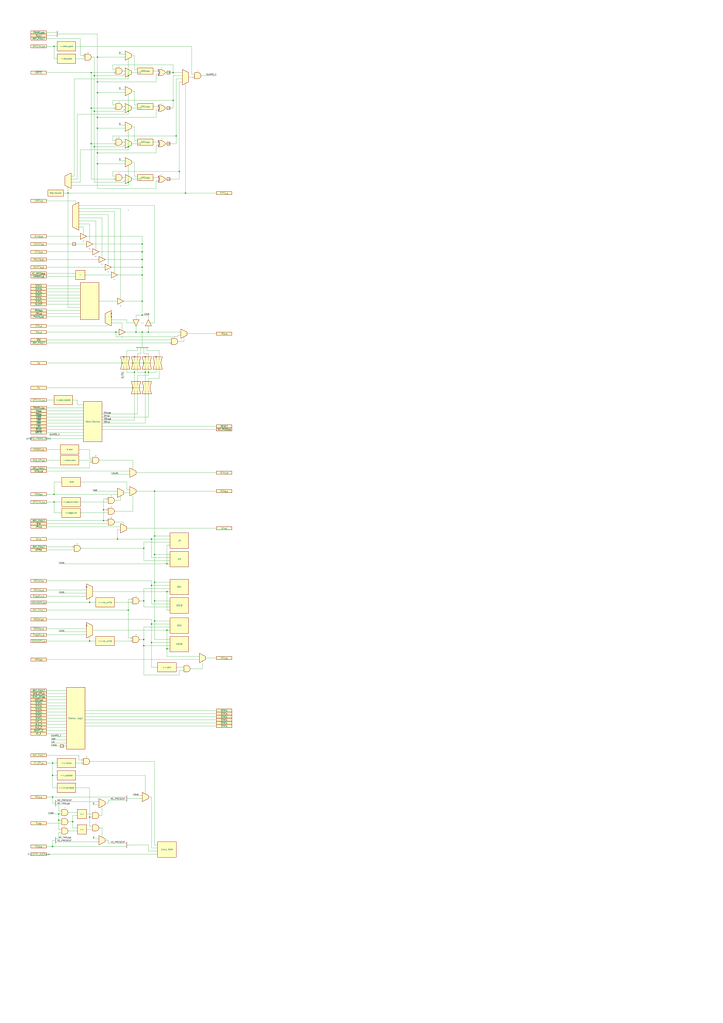
<source format=kicad_sch>
(kicad_sch (version 20231120) (generator "eeschema") (generator_version "8.0")
  (paper "A1" portrait)
  (junction (at 85.09 419.1))
  (junction (at 105.41 62.23))
  (junction (at 152.4 158.75))
  (junction (at 80.01 134.62))
  (junction (at 144.78 111.76))
  (junction (at 118.11 450.85))
  (junction (at 44.45 412.75))
  (junction (at 116.84 247.65))
  (junction (at 147.32 140.97))
  (junction (at 44.45 38.1))
  (junction (at 116.84 226.06))
  (junction (at 77.47 120.65))
  (junction (at 121.92 273.05))
  (junction (at 77.47 62.23))
  (junction (at 116.84 259.08))
  (junction (at 95.25 273.05))
  (junction (at 44.45 406.4))
  (junction (at 105.41 501.65))
  (junction (at 43.18 637.54))
  (junction (at 127 440.69))
  (junction (at 127 478.79))
  (junction (at 124.46 513.08))
  (junction (at 127 403.86))
  (junction (at 100.33 298.45))
  (junction (at 137.16 533.4))
  (junction (at 116.84 213.36))
  (junction (at 85.09 427.99))
  (junction (at 55.88 158.75))
  (junction (at 74.93 88.9))
  (junction (at 118.11 525.78))
  (junction (at 105.41 120.65))
  (junction (at 73.66 527.05))
  (junction (at 74.93 59.69))
  (junction (at 116.84 219.71))
  (junction (at 109.22 298.45))
  (junction (at 80.01 105.41))
  (junction (at 124.46 481.33))
  (junction (at 119.38 306.07))
  (junction (at 118.11 298.45))
  (junction (at 77.47 91.44))
  (junction (at 124.46 528.32))
  (junction (at 105.41 91.44))
  (junction (at 80.01 76.2))
  (junction (at 127 455.93))
  (junction (at 80.01 46.99))
  (junction (at 110.49 306.07))
  (junction (at 105.41 149.86))
  (junction (at 137.16 486.41))
  (junction (at 80.01 67.31))
  (junction (at 96.52 443.23))
  (junction (at 137.16 518.16))
  (junction (at 142.24 82.55))
  (junction (at 59.69 675.64))
  (junction (at 116.84 200.66))
  (junction (at 127 510.54))
  (junction (at 111.76 273.05))
  (junction (at 124.46 443.23))
  (junction (at 118.11 494.03))
  (junction (at 116.84 207.01))
  (junction (at 43.18 695.96))
  (junction (at 121.92 306.07))
  (junction (at 80.01 125.73))
  (junction (at 73.66 671.83))
  (junction (at 74.93 118.11))
  (junction (at 48.26 674.37))
  (junction (at 137.16 463.55))
  (junction (at 43.18 627.38))
  (junction (at 73.66 495.3))
  (junction (at 127 494.03))
  (junction (at 118.11 530.86))
  (junction (at 48.26 669.29))
  (junction (at 80.01 96.52))
  (junction (at 116.84 273.05))
  (junction (at 109.22 318.77))
  (junction (at 142.24 59.69))
  (junction (at 43.18 655.32))
  (no_connect (at 101.6 293.37))
  (no_connect (at 71.12 482.6))
  (no_connect (at 119.38 293.37))
  (no_connect (at 91.44 260.35))
  (no_connect (at 128.27 293.37))
  (no_connect (at 71.12 514.35))
  (no_connect (at 110.49 293.37))
  (no_connect (at 91.44 257.81))
  (wire (pts (xy 129.54 697.23) (xy 124.46 697.23)))
  (wire (pts (xy 113.03 323.85) (xy 113.03 340.36)))
  (wire (pts (xy 95.25 276.86) (xy 146.05 276.86)))
  (wire (pts (xy 38.1 281.94) (xy 139.7 281.94)))
  (wire (pts (xy 38.1 219.71) (xy 86.36 219.71)))
  (wire (pts (xy 105.41 492.76) (xy 107.95 492.76)))
  (wire (pts (xy 85.09 419.1) (xy 87.63 419.1)))
  (wire (pts (xy 73.66 527.05) (xy 78.74 527.05)))
  (wire (pts (xy 38.1 267.97) (xy 88.9 267.97)))
  (wire (pts (xy 64.77 179.07) (xy 83.82 179.07)))
  (wire (pts (xy 46.99 27.94) (xy 80.01 27.94)))
  (wire (pts (xy 95.25 144.78) (xy 92.71 144.78)))
  (wire (pts (xy 64.77 186.69) (xy 68.58 186.69)))
  (wire (pts (xy 130.81 58.42) (xy 125.73 58.42)))
  (wire (pts (xy 52.07 613.41) (xy 54.61 613.41)))
  (wire (pts (xy 85.09 419.1) (xy 85.09 410.21)))
  (wire (pts (xy 66.04 396.24) (xy 104.14 396.24)))
  (wire (pts (xy 128.27 148.59) (xy 130.81 148.59)))
  (wire (pts (xy 62.23 627.38) (xy 67.31 627.38)))
  (wire (pts (xy 99.06 411.48) (xy 99.06 407.67)))
  (wire (pts (xy 121.92 267.97) (xy 121.92 273.05)))
  (wire (pts (xy 124.46 528.32) (xy 124.46 513.08)))
  (wire (pts (xy 124.46 458.47) (xy 124.46 443.23)))
  (wire (pts (xy 41.91 613.41) (xy 49.53 613.41)))
  (wire (pts (xy 142.24 59.69) (xy 149.86 59.69)))
  (wire (pts (xy 64.77 181.61) (xy 78.74 181.61)))
  (wire (pts (xy 147.32 140.97) (xy 147.32 147.32)))
  (wire (pts (xy 107.95 118.11) (xy 113.03 118.11)))
  (wire (pts (xy 139.7 525.78) (xy 127 525.78)))
  (wire (pts (xy 68.58 332.74) (xy 63.5 332.74)))
  (wire (pts (xy 44.45 412.75) (xy 44.45 421.64)))
  (wire (pts (xy 128.27 306.07) (xy 128.27 303.53)))
  (wire (pts (xy 54.61 605.79) (xy 41.91 605.79)))
  (wire (pts (xy 63.5 93.98) (xy 105.41 93.98)))
  (wire (pts (xy 147.32 67.31) (xy 147.32 140.97)))
  (wire (pts (xy 101.6 90.17) (xy 101.6 91.44)))
  (wire (pts (xy 95.25 115.57) (xy 92.71 115.57)))
  (wire (pts (xy 55.88 252.73) (xy 66.04 252.73)))
  (wire (pts (xy 100.33 87.63) (xy 102.87 87.63)))
  (wire (pts (xy 66.04 450.85) (xy 118.11 450.85)))
  (wire (pts (xy 38.1 621.03) (xy 64.77 621.03)))
  (wire (pts (xy 38.1 298.45) (xy 100.33 298.45)))
  (wire (pts (xy 118.11 499.11) (xy 118.11 494.03)))
  (wire (pts (xy 111.76 273.05) (xy 116.84 273.05)))
  (wire (pts (xy 38.1 240.03) (xy 66.04 240.03)))
  (wire (pts (xy 38.1 582.93) (xy 54.61 582.93)))
  (wire (pts (xy 124.46 509.27) (xy 38.1 509.27)))
  (wire (pts (xy 93.98 429.26) (xy 101.6 429.26)))
  (wire (pts (xy 109.22 378.46) (xy 109.22 386.08)))
  (wire (pts (xy 177.8 589.28) (xy 69.85 589.28)))
  (wire (pts (xy 85.09 427.99) (xy 87.63 427.99)))
  (wire (pts (xy 38.1 337.82) (xy 68.58 337.82)))
  (wire (pts (xy 38.1 567.69) (xy 54.61 567.69)))
  (wire (pts (xy 64.77 621.03) (xy 64.77 624.84)))
  (wire (pts (xy 137.16 518.16) (xy 137.16 533.4)))
  (wire (pts (xy 77.47 120.65) (xy 77.47 149.86)))
  (wire (pts (xy 118.11 450.85) (xy 118.11 445.77)))
  (wire (pts (xy 73.66 671.83) (xy 73.66 647.7)))
  (wire (pts (xy 104.14 657.86) (xy 88.9 657.86)))
  (wire (pts (xy 38.1 31.75) (xy 66.04 31.75)))
  (wire (pts (xy 110.49 57.15) (xy 113.03 57.15)))
  (wire (pts (xy 118.11 483.87) (xy 139.7 483.87)))
  (wire (pts (xy 121.92 323.85) (xy 121.92 342.9)))
  (wire (pts (xy 116.84 259.08) (xy 111.76 259.08)))
  (wire (pts (xy 43.18 690.88) (xy 43.18 695.96)))
  (wire (pts (xy 66.04 31.75) (xy 66.04 45.72)))
  (wire (pts (xy 38.1 387.35) (xy 106.68 387.35)))
  (wire (pts (xy 81.28 670.56) (xy 83.82 670.56)))
  (wire (pts (xy 83.82 345.44) (xy 110.49 345.44)))
  (wire (pts (xy 118.11 445.77) (xy 139.7 445.77)))
  (wire (pts (xy 110.49 306.07) (xy 110.49 303.53)))
  (wire (pts (xy 139.7 458.47) (xy 124.46 458.47)))
  (wire (pts (xy 139.7 448.31) (xy 137.16 448.31)))
  (wire (pts (xy 44.45 406.4) (xy 44.45 396.24)))
  (wire (pts (xy 43.18 627.38) (xy 43.18 637.54)))
  (wire (pts (xy 124.46 548.64) (xy 129.54 548.64)))
  (wire (pts (xy 113.03 308.61) (xy 121.92 308.61)))
  (wire (pts (xy 38.1 347.98) (xy 68.58 347.98)))
  (wire (pts (xy 104.14 402.59) (xy 106.68 402.59)))
  (wire (pts (xy 148.59 273.05) (xy 121.92 273.05)))
  (wire (pts (xy 55.88 683.26) (xy 63.5 683.26)))
  (wire (pts (xy 38.1 521.97) (xy 71.12 521.97)))
  (wire (pts (xy 130.81 311.15) (xy 130.81 303.53)))
  (wire (pts (xy 38.1 695.96) (xy 43.18 695.96)))
  (wire (pts (xy 38.1 260.35) (xy 66.04 260.35)))
  (wire (pts (xy 38.1 598.17) (xy 54.61 598.17)))
  (wire (pts (xy 38.1 575.31) (xy 54.61 575.31)))
  (wire (pts (xy 38.1 577.85) (xy 54.61 577.85)))
  (wire (pts (xy 68.58 186.69) (xy 68.58 193.04)))
  (wire (pts (xy 109.22 318.77) (xy 118.11 318.77)))
  (wire (pts (xy 104.14 262.89) (xy 104.14 265.43)))
  (wire (pts (xy 38.1 585.47) (xy 54.61 585.47)))
  (wire (pts (xy 38.1 449.58) (xy 59.69 449.58)))
  (wire (pts (xy 38.1 194.31) (xy 66.04 194.31)))
  (wire (pts (xy 139.7 147.32) (xy 147.32 147.32)))
  (wire (pts (xy 137.16 539.75) (xy 163.83 539.75)))
  (wire (pts (xy 128.27 90.17) (xy 128.27 96.52)))
  (wire (pts (xy 66.04 45.72) (xy 68.58 45.72)))
  (wire (pts (xy 99.06 435.61) (xy 96.52 435.61)))
  (wire (pts (xy 78.74 181.61) (xy 78.74 205.74)))
  (wire (pts (xy 48.26 463.55) (xy 137.16 463.55)))
  (wire (pts (xy 38.1 200.66) (xy 59.69 200.66)))
  (wire (pts (xy 38.1 247.65) (xy 66.04 247.65)))
  (wire (pts (xy 80.01 96.52) (xy 128.27 96.52)))
  (wire (pts (xy 38.1 495.3) (xy 73.66 495.3)))
  (wire (pts (xy 58.42 149.86) (xy 66.04 149.86)))
  (wire (pts (xy 121.92 262.89) (xy 121.92 259.08)))
  (wire (pts (xy 165.1 62.23) (xy 177.8 62.23)))
  (wire (pts (xy 119.38 306.07) (xy 119.38 303.53)))
  (wire (pts (xy 44.45 48.26) (xy 46.99 48.26)))
  (wire (pts (xy 59.69 670.56) (xy 63.5 670.56)))
  (wire (pts (xy 38.1 242.57) (xy 66.04 242.57)))
  (wire (pts (xy 124.46 477.52) (xy 38.1 477.52)))
  (wire (pts (xy 38.1 350.52) (xy 68.58 350.52)))
  (wire (pts (xy 129.54 694.69) (xy 127 694.69)))
  (wire (pts (xy 48.26 674.37) (xy 50.8 674.37)))
  (wire (pts (xy 121.92 699.77) (xy 121.92 694.69)))
  (wire (pts (xy 48.26 684.53) (xy 50.8 684.53)))
  (wire (pts (xy 38.1 627.38) (xy 43.18 627.38)))
  (wire (pts (xy 77.47 91.44) (xy 77.47 120.65)))
  (wire (pts (xy 147.32 551.18) (xy 147.32 554.99)))
  (wire (pts (xy 38.1 443.23) (xy 96.52 443.23)))
  (wire (pts (xy 76.2 689.61) (xy 81.28 689.61)))
  (wire (pts (xy 80.01 96.52) (xy 80.01 105.41)))
  (wire (pts (xy 116.84 200.66) (xy 116.84 207.01)))
  (wire (pts (xy 142.24 53.34) (xy 142.24 59.69)))
  (wire (pts (xy 144.78 64.77) (xy 149.86 64.77)))
  (wire (pts (xy 101.6 119.38) (xy 102.87 119.38)))
  (wire (pts (xy 135.89 147.32) (xy 137.16 147.32)))
  (wire (pts (xy 38.1 412.75) (xy 44.45 412.75)))
  (wire (pts (xy 157.48 38.1) (xy 157.48 60.96)))
  (wire (pts (xy 123.19 265.43) (xy 127 265.43)))
  (wire (pts (xy 38.1 570.23) (xy 54.61 570.23)))
  (wire (pts (xy 38.1 593.09) (xy 54.61 593.09)))
  (wire (pts (xy 139.7 510.54) (xy 127 510.54)))
  (wire (pts (xy 95.25 273.05) (xy 95.25 276.86)))
  (wire (pts (xy 160.02 60.96) (xy 157.48 60.96)))
  (wire (pts (xy 43.18 695.96) (xy 104.14 695.96)))
  (wire (pts (xy 139.7 496.57) (xy 124.46 496.57)))
  (wire (pts (xy 101.6 148.59) (xy 101.6 149.86)))
  (wire (pts (xy 135.89 118.11) (xy 137.16 118.11)))
  (wire (pts (xy 62.23 48.26) (xy 69.85 48.26)))
  (wire (pts (xy 101.6 90.17) (xy 102.87 90.17)))
  (wire (pts (xy 73.66 671.83) (xy 76.2 671.83)))
  (wire (pts (xy 62.23 637.54) (xy 119.38 637.54)))
  (wire (pts (xy 77.47 62.23) (xy 101.6 62.23)))
  (wire (pts (xy 58.42 152.4) (xy 105.41 152.4)))
  (wire (pts (xy 38.1 655.32) (xy 43.18 655.32)))
  (wire (pts (xy 43.18 655.32) (xy 104.14 655.32)))
  (wire (pts (xy 144.78 111.76) (xy 92.71 111.76)))
  (wire (pts (xy 76.2 661.67) (xy 81.28 661.67)))
  (wire (pts (xy 114.3 494.03) (xy 118.11 494.03)))
  (wire (pts (xy 91.44 262.89) (xy 104.14 262.89)))
  (wire (pts (xy 93.98 173.99) (xy 64.77 173.99)))
  (wire (pts (xy 80.01 27.94) (xy 80.01 46.99)))
  (wire (pts (xy 146.05 280.67) (xy 151.13 280.67)))
  (wire (pts (xy 63.5 328.93) (xy 63.5 332.74)))
  (wire (pts (xy 80.01 134.62) (xy 102.87 134.62)))
  (wire (pts (xy 88.9 176.53) (xy 88.9 218.44)))
  (wire (pts (xy 55.88 158.75) (xy 152.4 158.75)))
  (wire (pts (xy 130.81 146.05) (xy 125.73 146.05)))
  (wire (pts (xy 101.6 405.13) (xy 106.68 405.13)))
  (wire (pts (xy 91.44 389.89) (xy 106.68 389.89)))
  (wire (pts (xy 116.84 194.31) (xy 116.84 200.66)))
  (wire (pts (xy 48.26 487.68) (xy 71.12 487.68)))
  (wire (pts (xy 124.46 481.33) (xy 124.46 477.52)))
  (wire (pts (xy 77.47 91.44) (xy 77.47 62.23)))
  (wire (pts (xy 74.93 46.99) (xy 77.47 46.99)))
  (wire (pts (xy 92.71 144.78) (xy 92.71 140.97)))
  (wire (pts (xy 88.9 690.88) (xy 86.36 690.88)))
  (wire (pts (xy 124.46 513.08) (xy 139.7 513.08)))
  (wire (pts (xy 137.16 518.16) (xy 139.7 518.16)))
  (wire (pts (xy 116.84 207.01) (xy 116.84 213.36)))
  (wire (pts (xy 38.1 676.91) (xy 50.8 676.91)))
  (wire (pts (xy 38.1 38.1) (xy 44.45 38.1)))
  (wire (pts (xy 48.26 666.75) (xy 50.8 666.75)))
  (wire (pts (xy 100.33 146.05) (xy 102.87 146.05)))
  (wire (pts (xy 107.95 147.32) (xy 113.03 147.32)))
  (wire (pts (xy 76.2 377.19) (xy 73.66 377.19)))
  (wire (pts (xy 111.76 388.62) (xy 177.8 388.62)))
  (wire (pts (xy 118.11 290.83) (xy 121.92 290.83)))
  (wire (pts (xy 127 510.54) (xy 127 494.03)))
  (wire (pts (xy 88.9 693.42) (xy 88.9 690.88)))
  (wire (pts (xy 107.95 59.69) (xy 113.03 59.69)))
  (wire (pts (xy 85.09 410.21) (xy 87.63 410.21)))
  (wire (pts (xy 38.1 427.99) (xy 85.09 427.99)))
  (wire (pts (xy 118.11 494.03) (xy 118.11 483.87)))
  (wire (pts (xy 80.01 105.41) (xy 102.87 105.41)))
  (wire (pts (xy 73.66 679.45) (xy 73.66 671.83)))
  (wire (pts (xy 77.47 91.44) (xy 101.6 91.44)))
  (wire (pts (xy 116.84 259.08) (xy 116.84 247.65)))
  (wire (pts (xy 135.89 88.9) (xy 137.16 88.9)))
  (wire (pts (xy 73.66 184.15) (xy 73.66 199.39)))
  (wire (pts (xy 38.1 490.22) (xy 71.12 490.22)))
  (wire (pts (xy 121.92 694.69) (xy 104.14 694.69)))
  (wire (pts (xy 38.1 340.36) (xy 68.58 340.36)))
  (wire (pts (xy 38.1 353.06) (xy 68.58 353.06)))
  (wire (pts (xy 92.71 53.34) (xy 142.24 53.34)))
  (wire (pts (xy 80.01 46.99) (xy 102.87 46.99)))
  (wire (pts (xy 100.33 116.84) (xy 102.87 116.84)))
  (wire (pts (xy 104.14 288.29) (xy 113.03 288.29)))
  (wire (pts (xy 127 403.86) (xy 127 440.69)))
  (wire (pts (xy 100.33 265.43) (xy 100.33 271.78)))
  (wire (pts (xy 38.1 516.89) (xy 71.12 516.89)))
  (wire (pts (xy 130.81 288.29) (xy 130.81 293.37)))
  (wire (pts (xy 38.1 501.65) (xy 105.41 501.65)))
  (wire (pts (xy 73.66 491.49) (xy 73.66 495.3)))
  (wire (pts (xy 38.1 384.81) (xy 73.66 384.81)))
  (wire (pts (xy 77.47 46.99) (xy 77.47 62.23)))
  (wire (pts (xy 38.1 255.27) (xy 66.04 255.27)))
  (wire (pts (xy 38.1 237.49) (xy 66.04 237.49)))
  (wire (pts (xy 41.91 608.33) (xy 54.61 608.33)))
  (wire (pts (xy 109.22 654.05) (xy 116.84 654.05)))
  (wire (pts (xy 38.1 224.79) (xy 62.23 224.79)))
  (wire (pts (xy 71.12 194.31) (xy 116.84 194.31)))
  (wire (pts (xy 127 403.86) (xy 177.8 403.86)))
  (wire (pts (xy 85.09 427.99) (xy 85.09 419.1)))
  (wire (pts (xy 38.1 590.55) (xy 54.61 590.55)))
  (wire (pts (xy 121.92 293.37) (xy 121.92 290.83)))
  (wire (pts (xy 38.1 355.6) (xy 68.58 355.6)))
  (wire (pts (xy 139.7 501.65) (xy 137.16 501.65)))
  (wire (pts (xy 76.2 669.29) (xy 71.12 669.29)))
  (wire (pts (xy 139.7 88.9) (xy 142.24 88.9)))
  (wire (pts (xy 83.82 350.52) (xy 177.8 350.52)))
  (wire (pts (xy 119.38 313.69) (xy 119.38 306.07)))
  (wire (pts (xy 40.64 358.14) (xy 68.58 358.14)))
  (wire (pts (xy 121.92 306.07) (xy 128.27 306.07)))
  (wire (pts (xy 130.81 116.84) (xy 125.73 116.84)))
  (wire (pts (xy 118.11 530.86) (xy 118.11 554.99)))
  (wire (pts (xy 60.96 452.12) (xy 38.1 452.12)))
  (wire (pts (xy 38.1 406.4) (xy 44.45 406.4)))
  (wire (pts (xy 109.22 406.4) (xy 109.22 420.37)))
  (wire (pts (xy 97.79 44.45) (xy 102.87 44.45)))
  (wire (pts (xy 93.98 147.32) (xy 74.93 147.32)))
  (wire (pts (xy 105.41 48.26) (xy 105.41 62.23)))
  (wire (pts (xy 86.36 213.36) (xy 116.84 213.36)))
  (wire (pts (xy 38.1 207.01) (xy 76.2 207.01)))
  (wire (pts (xy 80.01 76.2) (xy 80.01 67.31)))
  (wire (pts (xy 83.82 662.94) (xy 83.82 670.56)))
  (wire (pts (xy 121.92 655.32) (xy 124.46 655.32)))
  (wire (pts (xy 128.27 154.94) (xy 80.01 154.94)))
  (wire (pts (xy 100.33 298.45) (xy 109.22 298.45)))
  (wire (pts (xy 116.84 259.08) (xy 121.92 259.08)))
  (wire (pts (xy 110.49 133.35) (xy 110.49 144.78)))
  (wire (pts (xy 38.1 245.11) (xy 66.04 245.11)))
  (wire (pts (xy 76.2 518.16) (xy 137.16 518.16)))
  (wire (pts (xy 97.79 132.08) (xy 102.87 132.08)))
  (wire (pts (xy 93.98 527.05) (xy 107.95 527.05)))
  (wire (pts (xy 45.72 661.67) (xy 48.26 661.67)))
  (wire (pts (xy 38.1 485.14) (xy 71.12 485.14)))
  (wire (pts (xy 80.01 96.52) (xy 80.01 76.2)))
  (wire (pts (xy 38.1 580.39) (xy 54.61 580.39)))
  (wire (pts (xy 151.13 280.67) (xy 151.13 276.86)))
  (wire (pts (xy 120.65 285.75) (xy 120.65 288.29)))
  (wire (pts (xy 139.7 59.69) (xy 142.24 59.69)))
  (wire (pts (xy 177.8 596.9) (xy 69.85 596.9)))
  (wire (pts (xy 66.04 149.86) (xy 66.04 123.19)))
  (wire (pts (xy 59.69 675.64) (xy 55.88 675.64)))
  (wire (pts (xy 113.03 293.37) (xy 113.03 290.83)))
  (wire (pts (xy 139.7 440.69) (xy 127 440.69)))
  (wire (pts (xy 110.49 45.72) (xy 110.49 57.15)))
  (wire (pts (xy 38.1 702.31) (xy 129.54 702.31)))
  (wire (pts (xy 120.65 288.29) (xy 130.81 288.29)))
  (wire (pts (xy 147.32 551.18) (xy 151.13 551.18)))
  (wire (pts (xy 119.38 323.85) (xy 119.38 347.98)))
  (wire (pts (xy 101.6 148.59) (xy 102.87 148.59)))
  (wire (pts (xy 121.92 273.05) (xy 116.84 273.05)))
  (wire (pts (xy 80.01 125.73) (xy 80.01 134.62)))
  (wire (pts (xy 139.7 481.33) (xy 124.46 481.33)))
  (wire (pts (xy 152.4 158.75) (xy 177.8 158.75)))
  (wire (pts (xy 121.92 308.61) (xy 121.92 306.07)))
  (wire (pts (xy 114.3 525.78) (xy 118.11 525.78)))
  (wire (pts (xy 110.49 86.36) (xy 113.03 86.36)))
  (wire (pts (xy 101.6 119.38) (xy 101.6 120.65)))
  (wire (pts (xy 38.1 342.9) (xy 68.58 342.9)))
  (wire (pts (xy 74.93 88.9) (xy 93.98 88.9)))
  (wire (pts (xy 38.1 257.81) (xy 66.04 257.81)))
  (wire (pts (xy 121.92 313.69) (xy 121.92 311.15)))
  (wire (pts (xy 46.99 637.54) (xy 43.18 637.54)))
  (wire (pts (xy 76.2 486.41) (xy 137.16 486.41)))
  (wire (pts (xy 52.07 158.75) (xy 55.88 158.75)))
  (wire (pts (xy 99.06 171.45) (xy 64.77 171.45)))
  (wire (pts (xy 63.5 680.72) (xy 59.69 680.72)))
  (wire (pts (xy 55.88 153.67) (xy 55.88 158.75)))
  (wire (pts (xy 45.72 690.88) (xy 43.18 690.88)))
  (wire (pts (xy 38.1 273.05) (xy 95.25 273.05)))
  (wire (pts (xy 92.71 57.15) (xy 92.71 53.34)))
  (wire (pts (xy 38.1 360.68) (xy 68.58 360.68)))
  (wire (pts (xy 38.1 433.07) (xy 99.06 433.07)))
  (wire (pts (xy 93.98 495.3) (xy 107.95 495.3)))
  (wire (pts (xy 38.1 213.36) (xy 81.28 213.36)))
  (wire (pts (xy 113.03 290.83) (xy 115.57 290.83)))
  (wire (pts (xy 105.41 501.65) (xy 105.41 492.76)))
  (wire (pts (xy 177.8 594.36) (xy 69.85 594.36)))
  (wire (pts (xy 38.1 588.01) (xy 54.61 588.01)))
  (wire (pts (xy 77.47 120.65) (xy 101.6 120.65)))
  (wire (pts (xy 107.95 45.72) (xy 110.49 45.72)))
  (wire (pts (xy 88.9 266.7) (xy 88.9 267.97)))
  (wire (pts (xy 137.16 501.65) (xy 137.16 486.41)))
  (wire (pts (xy 41.91 610.87) (xy 54.61 610.87)))
  (wire (pts (xy 110.49 313.69) (xy 110.49 306.07)))
  (wire (pts (xy 92.71 86.36) (xy 92.71 82.55)))
  (wire (pts (xy 80.01 125.73) (xy 128.27 125.73)))
  (wire (pts (xy 48.26 689.61) (xy 48.26 684.53)))
  (wire (pts (xy 118.11 515.62) (xy 139.7 515.62)))
  (wire (pts (xy 116.84 226.06) (xy 116.84 247.65)))
  (wire (pts (xy 44.45 38.1) (xy 46.99 38.1)))
  (wire (pts (xy 83.82 342.9) (xy 121.92 342.9)))
  (wire (pts (xy 76.2 200.66) (xy 116.84 200.66)))
  (wire (pts (xy 96.52 435.61) (xy 96.52 443.23)))
  (wire (pts (xy 146.05 275.59) (xy 146.05 276.86)))
  (wire (pts (xy 92.71 115.57) (xy 92.71 111.76)))
  (wire (pts (xy 127 626.11) (xy 73.66 626.11)))
  (wire (pts (xy 63.5 93.98) (xy 63.5 147.32)))
  (wire (pts (xy 62.23 38.1) (xy 157.48 38.1)))
  (wire (pts (xy 60.96 64.77) (xy 105.41 64.77)))
  (wire (pts (xy 45.72 659.13) (xy 81.28 659.13)))
  (wire (pts (xy 88.9 176.53) (xy 64.77 176.53)))
  (wire (pts (xy 88.9 657.86) (xy 88.9 660.4)))
  (wire (pts (xy 97.79 73.66) (xy 102.87 73.66)))
  (wire (pts (xy 38.1 165.1) (xy 62.23 165.1)))
  (wire (pts (xy 83.82 680.72) (xy 83.82 688.34)))
  (wire (pts (xy 38.1 328.93) (xy 44.45 328.93)))
  (wire (pts (xy 142.24 82.55) (xy 142.24 88.9)))
  (wire (pts (xy 38.1 26.67) (xy 46.99 26.67)))
  (wire (pts (xy 88.9 660.4) (xy 86.36 660.4)))
  (wire (pts (xy 73.66 379.73) (xy 74.93 379.73)))
  (wire (pts (xy 81.28 247.65) (xy 96.52 247.65)))
  (wire (pts (xy 116.84 219.71) (xy 91.44 219.71)))
  (wire (pts (xy 163.83 542.29) (xy 38.1 542.29)))
  (wire (pts (xy 128.27 90.17) (xy 130.81 90.17)))
  (wire (pts (xy 81.28 680.72) (xy 83.82 680.72)))
  (wire (pts (xy 44.45 396.24) (xy 50.8 396.24)))
  (wire (pts (xy 101.6 431.8) (xy 101.6 429.26)))
  (wire (pts (xy 105.41 120.65) (xy 105.41 123.19)))
  (wire (pts (xy 74.93 88.9) (xy 74.93 118.11)))
  (wire (pts (xy 44.45 421.64) (xy 50.8 421.64)))
  (wire (pts (xy 95.25 57.15) (xy 92.71 57.15)))
  (wire (pts (xy 149.86 67.31) (xy 147.32 67.31)))
  (wire (pts (xy 38.1 250.19) (xy 66.04 250.19)))
  (wire (pts (xy 109.22 298.45) (xy 118.11 298.45)))
  (wire (pts (xy 137.16 486.41) (xy 139.7 486.41)))
  (wire (pts (xy 110.49 104.14) (xy 110.49 115.57)))
  (wire (pts (xy 101.6 60.96) (xy 102.87 60.96)))
  (wire (pts (xy 48.26 669.29) (xy 48.26 674.37)))
  (wire (pts (xy 128.27 60.96) (xy 128.27 67.31)))
  (wire (pts (xy 88.9 421.64) (xy 66.04 421.64)))
  (wire (pts (xy 124.46 513.08) (xy 124.46 509.27)))
  (wire (pts (xy 71.12 681.99) (xy 76.2 681.99)))
  (wire (pts (xy 129.54 699.77) (xy 121.92 699.77)))
  (wire (pts (xy 118.11 530.86) (xy 139.7 530.86)))
  (wire (pts (xy 81.28 207.01) (xy 116.84 207.01)))
  (wire (pts (xy 43.18 637.54) (xy 43.18 647.7)))
  (wire (pts (xy 48.26 661.67) (xy 48.26 666.75)))
  (wire (pts (xy 137.16 463.55) (xy 139.7 463.55)))
  (wire (pts (xy 127 694.69) (xy 127 626.11)))
  (wire (pts (xy 38.1 600.71) (xy 54.61 600.71)))
  (wire (pts (xy 73.66 369.57) (xy 64.77 369.57)))
  (wire (pts (xy 118.11 525.78) (xy 118.11 515.62)))
  (wire (pts (xy 44.45 38.1) (xy 44.45 48.26)))
  (wire (pts (xy 135.89 59.69) (xy 137.16 59.69)))
  (wire (pts (xy 110.49 323.85) (xy 110.49 345.44)))
  (wire (pts (xy 76.2 403.86) (xy 96.52 403.86)))
  (wire (pts (xy 128.27 148.59) (xy 128.27 154.94)))
  (wire (pts (xy 149.86 62.23) (xy 142.24 62.23)))
  (wire (pts (xy 80.01 76.2) (xy 102.87 76.2)))
  (wire (pts (xy 110.49 115.57) (xy 113.03 115.57)))
  (wire (pts (xy 38.1 378.46) (xy 49.53 378.46)))
  (wire (pts (xy 64.77 378.46) (xy 76.2 378.46)))
  (wire (pts (xy 127 478.79) (xy 139.7 478.79)))
  (wire (pts (xy 64.77 168.91) (xy 127 168.91)))
  (wire (pts (xy 38.1 595.63) (xy 54.61 595.63)))
  (wire (pts (xy 45.72 689.61) (xy 48.26 689.61)))
  (wire (pts (xy 137.16 448.31) (xy 137.16 463.55)))
  (wire (pts (xy 48.26 669.29) (xy 50.8 669.29)))
  (wire (pts (xy 153.67 274.32) (xy 177.8 274.32)))
  (wire (pts (xy 73.66 647.7) (xy 62.23 647.7)))
  (wire (pts (xy 113.03 288.29) (xy 113.03 285.75)))
  (wire (pts (xy 38.1 345.44) (xy 68.58 345.44)))
  (wire (pts (xy 110.49 144.78) (xy 113.03 144.78)))
  (wire (pts (xy 43.18 627.38) (xy 46.99 627.38)))
  (wire (pts (xy 105.41 149.86) (xy 105.41 152.4)))
  (wire (pts (xy 62.23 165.1) (xy 62.23 167.64)))
  (wire (pts (xy 38.1 234.95) (xy 66.04 234.95)))
  (wire (pts (xy 38.1 369.57) (xy 49.53 369.57)))
  (wire (pts (xy 73.66 377.19) (xy 73.66 369.57)))
  (wire (pts (xy 118.11 285.75) (xy 118.11 290.83)))
  (wire (pts (xy 60.96 64.77) (xy 60.96 144.78)))
  (wire (pts (xy 39.37 669.29) (xy 48.26 669.29)))
  (wire (pts (xy 93.98 411.48) (xy 99.06 411.48)))
  (wire (pts (xy 83.82 340.36) (xy 113.03 340.36)))
  (wire (pts (xy 105.41 524.51) (xy 107.95 524.51)))
  (wire (pts (xy 59.69 675.64) (xy 59.69 670.56)))
  (wire (pts (xy 113.03 306.07) (xy 113.03 303.53)))
  (wire (pts (xy 101.6 247.65) (xy 116.84 247.65)))
  (wire (pts (xy 69.85 226.06) (xy 91.44 226.06)))
  (wire (pts (xy 111.76 267.97) (xy 111.76 273.05)))
  (wire (pts (xy 107.95 88.9) (xy 113.03 88.9)))
  (wire (pts (xy 74.93 118.11) (xy 74.93 147.32)))
  (wire (pts (xy 73.66 384.81) (xy 73.66 379.73)))
  (wire (pts (xy 121.92 306.07) (xy 121.92 303.53)))
  (wire (pts (xy 80.01 125.73) (xy 80.01 105.41)))
  (wire (pts (xy 99.06 171.45) (xy 99.06 246.38)))
  (wire (pts (xy 142.24 82.55) (xy 92.71 82.55)))
  (wire (pts (xy 101.6 60.96) (xy 101.6 62.23)))
  (wire (pts (xy 147.32 140.97) (xy 92.71 140.97)))
  (wire (pts (xy 96.52 443.23) (xy 124.46 443.23)))
  (wire (pts (xy 104.14 288.29) (xy 104.14 293.37)))
  (wire (pts (xy 124.46 443.23) (xy 139.7 443.23)))
  (wire (pts (xy 139.7 533.4) (xy 137.16 533.4)))
  (wire (pts (xy 81.28 378.46) (xy 109.22 378.46)))
  (wire (pts (xy 45.72 660.4) (xy 43.18 660.4)))
  (wire (pts (xy 177.8 584.2) (xy 69.85 584.2)))
  (wire (pts (xy 38.1 59.69) (xy 74.93 59.69)))
  (wire (pts (xy 38.1 318.77) (xy 109.22 318.77)))
  (wire (pts (xy 67.31 624.84) (xy 64.77 624.84)))
  (wire (pts (xy 83.82 353.06) (xy 177.8 353.06)))
  (wire (pts (xy 38.1 527.05) (xy 73.66 527.05)))
  (wire (pts (xy 73.66 523.24) (xy 73.66 527.05)))
  (wire (pts (xy 147.32 554.99) (xy 118.11 554.99)))
  (wire (pts (xy 124.46 528.32) (xy 124.46 548.64)))
  (wire (pts (xy 83.82 347.98) (xy 119.38 347.98)))
  (wire (pts (xy 44.45 412.75) (xy 50.8 412.75)))
  (wire (pts (xy 127 168.91) (xy 127 265.43)))
  (wire (pts (xy 127 525.78) (xy 127 510.54)))
  (wire (pts (xy 130.81 311.15) (xy 121.92 311.15)))
  (wire (pts (xy 142.24 62.23) (xy 142.24 82.55)))
  (wire (pts (xy 146.05 275.59) (xy 148.59 275.59)))
  (wire (pts (xy 102.87 273.05) (xy 111.76 273.05)))
  (wire (pts (xy 127 455.93) (xy 127 478.79)))
  (wire (pts (xy 116.84 656.59) (xy 104.14 656.59)))
  (wire (pts (xy 38.1 279.4) (xy 140.97 279.4)))
  (wire (pts (xy 107.95 104.14) (xy 110.49 104.14)))
  (wire (pts (xy 104.14 306.07) (xy 104.14 303.53)))
  (wire (pts (xy 80.01 154.94) (xy 80.01 134.62)))
  (wire (pts (xy 128.27 119.38) (xy 128.27 125.73)))
  (wire (pts (xy 80.01 46.99) (xy 80.01 67.31)))
  (wire (pts (xy 124.46 496.57) (xy 124.46 481.33)))
  (wire (pts (xy 110.49 306.07) (xy 104.14 306.07)))
  (wire (pts (xy 115.57 290.83) (xy 115.57 285.75)))
  (wire (pts (xy 59.69 328.93) (xy 63.5 328.93)))
  (wire (pts (xy 177.8 586.74) (xy 69.85 586.74)))
  (wire (pts (xy 137.16 533.4) (xy 137.16 539.75)))
  (wire (pts (xy 74.93 88.9) (xy 74.93 59.69)))
  (wire (pts (xy 116.84 273.05) (xy 116.84 285.75)))
  (wire (pts (xy 113.03 313.69) (xy 113.03 308.61)))
  (wire (pts (xy 118.11 461.01) (xy 118.11 450.85)))
  (wire (pts (xy 105.41 62.23) (xy 105.41 64.77)))
  (wire (pts (xy 139.7 494.03) (xy 127 494.03)))
  (wire (pts (xy 48.26 519.43) (xy 71.12 519.43)))
  (wire (pts (xy 111.76 403.86) (xy 127 403.86)))
  (wire (pts (xy 144.78 111.76) (xy 144.78 118.11)))
  (wire (pts (xy 104.14 265.43) (xy 110.49 265.43)))
  (wire (pts (xy 128.27 60.96) (xy 130.81 60.96)))
  (wire (pts (xy 38.1 335.28) (xy 68.58 335.28)))
  (wire (pts (xy 55.88 668.02) (xy 63.5 668.02)))
  (wire (pts (xy 46.99 647.7) (xy 43.18 647.7)))
  (wire (pts (xy 62.23 200.66) (xy 71.12 200.66)))
  (wire (pts (xy 139.7 499.11) (xy 118.11 499.11)))
  (wire (pts (xy 80.01 67.31) (xy 128.27 67.31)))
  (wire (pts (xy 116.84 213.36) (xy 116.84 219.71)))
  (wire (pts (xy 38.1 430.53) (xy 88.9 430.53)))
  (wire (pts (xy 58.42 144.78) (xy 60.96 144.78)))
  (wire (pts (xy 127 440.69) (xy 127 455.93)))
  (wire (pts (xy 105.41 91.44) (xy 105.41 93.98)))
  (wire (pts (xy 166.37 549.91) (xy 156.21 549.91)))
  (wire (pts (xy 74.93 59.69) (xy 93.98 59.69)))
  (wire (pts (xy 105.41 135.89) (xy 105.41 149.86)))
  (wire (pts (xy 107.95 133.35) (xy 110.49 133.35)))
  (wire (pts (xy 111.76 259.08) (xy 111.76 262.89)))
  (wire (pts (xy 104.14 693.42) (xy 88.9 693.42)))
  (wire (pts (xy 43.18 660.4) (xy 43.18 655.32)))
  (wire (pts (xy 139.7 528.32) (xy 124.46 528.32)))
  (wire (pts (xy 96.52 226.06) (xy 116.84 226.06)))
  (wire (pts (xy 124.46 655.32) (xy 124.46 697.23)))
  (wire (pts (xy 168.91 541.02) (xy 177.8 541.02)))
  (wire (pts (xy 66.04 123.19) (xy 105.41 123.19)))
  (wire (pts (xy 118.11 530.86) (xy 118.11 525.78)))
  (wire (pts (xy 48.26 674.37) (xy 48.26 681.99)))
  (wire (pts (xy 119.38 306.07) (xy 113.03 306.07)))
  (wire (pts (xy 127 494.03) (xy 127 478.79)))
  (wire (pts (xy 104.14 396.24) (xy 104.14 402.59)))
  (wire (pts (xy 73.66 495.3) (xy 78.74 495.3)))
  (wire (pts (xy 58.42 147.32) (xy 63.5 147.32)))
  (wire (pts (xy 166.37 543.56) (xy 166.37 549.91)))
  (wire (pts (xy 105.41 501.65) (xy 105.41 524.51)))
  (wire (pts (xy 144.78 64.77) (xy 144.78 111.76)))
  (wire (pts (xy 83.82 179.07) (xy 83.82 212.09)))
  (wire (pts (xy 76.2 679.45) (xy 73.66 679.45)))
  (wire (pts (xy 130.81 87.63) (xy 125.73 87.63)))
  (wire (pts (xy 97.79 102.87) (xy 102.87 102.87)))
  (wire (pts (xy 152.4 68.58) (xy 152.4 158.75)))
  (wire (pts (xy 101.6 311.15) (xy 101.6 303.53)))
  (wire (pts (xy 104.14 434.34) (xy 177.8 434.34)))
  (wire (pts (xy 66.04 412.75) (xy 88.9 412.75)))
  (wire (pts (xy 118.11 298.45) (xy 127 298.45)))
  (wire (pts (xy 139.7 118.11) (xy 144.78 118.11)))
  (wire (pts (xy 95.25 273.05) (xy 97.79 273.05)))
  (wire (pts (xy 45.72 692.15) (xy 81.28 692.15)))
  (wire (pts (xy 91.44 265.43) (xy 100.33 265.43)))
  (wire (pts (xy 107.95 74.93) (xy 110.49 74.93)))
  (wire (pts (xy 44.45 406.4) (xy 96.52 406.4)))
  (wire (pts (xy 48.26 681.99) (xy 50.8 681.99)))
  (wire (pts (xy 119.38 637.54) (xy 119.38 652.78)))
  (wire (pts (xy 127 455.93) (xy 139.7 455.93)))
  (wire (pts (xy 38.1 227.33) (xy 62.23 227.33)))
  (wire (pts (xy 38.1 29.21) (xy 46.99 29.21)))
  (wire (pts (xy 38.1 603.25) (xy 54.61 603.25)))
  (wire (pts (xy 144.78 548.64) (xy 151.13 548.64)))
  (wire (pts (xy 74.93 118.11) (xy 93.98 118.11)))
  (wire (pts (xy 93.98 420.37) (xy 109.22 420.37)))
  (wire (pts (xy 177.8 591.82) (xy 69.85 591.82)))
  (wire (pts (xy 38.1 572.77) (xy 54.61 572.77)))
  (wire (pts (xy 110.49 74.93) (xy 110.49 86.36)))
  (wire (pts (xy 93.98 173.99) (xy 93.98 224.79)))
  (wire (pts (xy 95.25 86.36) (xy 92.71 86.36)))
  (wire (pts (xy 100.33 58.42) (xy 102.87 58.42)))
  (wire (pts (xy 105.41 106.68) (xy 105.41 120.65)))
  (wire (pts (xy 59.69 680.72) (xy 59.69 675.64)))
  (wire (pts (xy 128.27 119.38) (xy 130.81 119.38)))
  (wire (pts (xy 154.94 63.5) (xy 158.75 63.5)))
  (wire (pts (xy 55.88 158.75) (xy 55.88 252.73)))
  (wire (pts (xy 64.77 184.15) (xy 73.66 184.15)))
  (wire (pts (xy 116.84 226.06) (xy 116.84 219.71)))
  (wire (pts (xy 105.41 77.47) (xy 105.41 91.44)))
  (wire (pts (xy 101.6 149.86) (xy 77.47 149.86)))
  (wire (pts (xy 139.7 461.01) (xy 118.11 461.01)))
  (label "L_{13:0}" (at 39.37 669.29 0))
  (label "0" (at 97.79 102.87 0))
  (label "XE_PRESENT" (at 102.87 693.42 180))
  (label "GUARD_V" (at 40.64 358.14 0))
  (label "DB_{15:8}" (at 85.09 345.44 0))
  (label "ME_PRESENT" (at 46.99 659.13 0))
  (label "GUARD_V" (at 177.8 62.23 180))
  (label "L_{6:0}" (at 76.2 403.86 0))
  (label "L_{31}" (at 41.91 610.87 0))
  (label "L_{31:0}" (at 41.91 613.41 0))
  (label "L_{31:0}" (at 48.26 487.68 0))
  (label "0" (at 97.79 44.45 0))
  (label "GUARD_V" (at 41.91 605.79 0))
  (label "0" (at 76.2 661.67 0))
  (label "XE_PRESENT" (at 46.99 692.15 0))
  (label "0" (at 97.79 132.08 0))
  (label "0" (at 97.79 73.66 0))
  (label "L_{31:0}" (at 118.11 259.08 0))
  (label "L_{31:0}" (at 109.22 654.05 0))
  (label "DA_{7:0}" (at 85.09 342.9 0))
  (label "ME_PRESENT" (at 102.87 657.86 180))
  (label "0{slash}PD" (at 101.6 311.15 90))
  (label "DB_{7:0}" (at 85.09 347.98 0))
  (label "L_{5:0}" (at 41.91 608.33 0))
  (label "L_{31:0}" (at 48.26 463.55 0))
  (label "L_{31:20}" (at 91.44 389.89 0))
  (label "XE_TAG_{13:0}" (at 48.26 689.61 0))
  (label "L_{31:0}" (at 48.26 519.43 0))
  (label "ME_TAG_{13:0}" (at 46.99 661.67 0))
  (label "0" (at 76.2 689.61 0))
  (label "DA_{15:8}" (at 85.09 340.36 0))
  (symbol (lib_name "symbols:reg_thin") (lib_id "symbols:reg_thin") (at 31.75 702.31 0) (unit 1)
    (property "Reference" "U434" (effects (hide yes)))
    (property "Value" "AT_ENTRY_ADDR_{11:0}" (at 31.75 702.31 0))
  )
  (symbol (lib_name "symbols:map4_1") (lib_id "symbols:map4_1") (at 147.32 497.84 0) (unit 1)
    (property "Reference" "U365" (effects (hide yes)))
    (property "Value" "SR1B" (at 147.32 497.84 0))
  )
  (symbol (lib_name "symbols:reg_thin") (lib_id "symbols:reg_thin") (at 31.75 245.11 0) (unit 1)
    (property "Reference" "U335" (effects (hide yes)))
    (property "Value" "STAT_{K}" (at 31.75 245.11 0))
  )
  (symbol (lib_name "and2_3") (lib_id "symbols:and2") (at 53.34 668.02 0) (unit 1)
    (property "Reference" "U448" (effects (hide yes)))
    (property "Value" "~" (at 53.34 664.21 0))
  )
  (symbol (lib_name "map2_1_small_1") (lib_id "symbols:map2_1_small") (at 67.31 669.29 0) (unit 1)
    (property "Reference" "U452" (effects (hide yes)))
    (property "Value" "==" (at 67.31 669.29 0))
  )
  (symbol (lib_name "and2_1") (lib_id "symbols:and2") (at 97.79 116.84 0) (unit 1)
    (property "Reference" "U293" (effects (hide yes)))
    (property "Value" "~" (at 97.79 113.03 0))
  )
  (symbol (lib_name "invert_2") (lib_id "symbols:invert") (at 107.95 524.51 0) (unit 1)
    (property "Reference" "U388" (effects (hide yes)))
  )
  (symbol (lib_name "symbols:mux2") (lib_id "symbols:mux2") (at 105.41 118.11 0) (unit 1)
    (property "Reference" "U296" (effects (hide yes)))
  )
  (symbol (lib_name "symbols:mux2") (lib_id "symbols:mux2") (at 105.41 59.69 0) (unit 1)
    (property "Reference" "U283" (effects (hide yes)))
  )
  (symbol (lib_name "map1_1_1") (lib_id "symbols:map1_1") (at 58.42 396.24 0) (unit 1)
    (property "Reference" "U360" (effects (hide yes)))
    (property "Value" "^ 0x40" (at 58.42 396.24 0) (effects (font (size 0.889 0.889))))
  )
  (symbol (lib_name "symbols:reg_thin") (lib_id "symbols:reg_thin") (at 31.75 495.3 0) (unit 1)
    (property "Reference" "U380" (effects (hide yes)))
    (property "Value" "SR1WSRC_{1:0}" (at 31.75 495.3 0))
  )
  (symbol (lib_name "mux2_1") (lib_id "symbols:mux2") (at 151.13 274.32 0) (unit 1)
    (property "Reference" "U347" (effects (hide yes)))
  )
  (symbol (lib_name "map1_1_1") (lib_id "symbols:map1_1") (at 58.42 421.64 0) (unit 1)
    (property "Reference" "U358" (effects (hide yes)))
    (property "Value" "==.toggle_rsn" (at 58.42 421.64 0) (effects (font (size 0.889 0.889))))
  )
  (symbol (lib_name "symbols:reg_thin") (lib_id "symbols:reg_thin") (at 31.75 360.68 0) (unit 1)
    (property "Reference" "U460" (effects (hide yes)))
    (property "Value" "UPDATE_FRAME_STATE" (at 31.75 360.68 0))
  )
  (symbol (lib_name "symbols:reg_thin") (lib_id "symbols:reg_thin") (at 31.75 695.96 0) (unit 1)
    (property "Reference" "U436" (effects (hide yes)))
    (property "Value" "XE_{31:0}" (at 31.75 695.96 0))
  )
  (symbol (lib_name "and2_3") (lib_id "symbols:and2") (at 71.12 626.11 0) (unit 1)
    (property "Reference" "U442" (effects (hide yes)))
    (property "Value" "~" (at 71.12 622.3 0))
  )
  (symbol (lib_name "symbols:reg_thin") (lib_id "symbols:reg_thin") (at 31.75 542.29 0) (unit 1)
    (property "Reference" "U468" (effects (hide yes)))
    (property "Value" "ASN_{3:0}" (at 31.75 542.29 0))
  )
  (symbol (lib_name "and2_2") (lib_id "symbols:and2") (at 91.44 411.48 0) (unit 1)
    (property "Reference" "U353" (effects (hide yes)))
    (property "Value" "~" (at 91.44 407.67 0))
  )
  (symbol (lib_name "and2_2") (lib_id "symbols:and2") (at 153.67 549.91 0) (unit 1)
    (property "Reference" "U467" (effects (hide yes)))
    (property "Value" "~" (at 153.67 546.1 0))
  )
  (symbol (lib_name "map4_1_1") (lib_id "symbols:map4_1") (at 137.16 698.5 0) (unit 1)
    (property "Reference" "U459" (effects (hide yes)))
    (property "Value" "Entry RAM" (at 137.16 698.5 0))
  )
  (symbol (lib_name "symbols:mux2") (lib_id "symbols:mux2") (at 105.41 104.14 0) (unit 1)
    (property "Reference" "U292" (effects (hide yes)))
  )
  (symbol (lib_name "symbols:eq0") (lib_id "symbols:eq0") (at 138.43 88.9 0) (unit 1)
    (property "Reference" "U289" (effects (hide yes)))
    (property "Value" "=0" (at 138.43 88.9 0) (effects (font (size 1.016 1.016))))
  )
  (symbol (lib_name "symbols:split1_2") (lib_id "symbols:split1_2") (at 45.72 660.4 0) (unit 1)
    (property "Reference" "U449" (effects (hide yes)))
    (property "Value" "map" (effects (hide yes)))
  )
  (symbol (lib_name "symbols:reg_thin") (lib_id "symbols:reg_thin") (at 31.75 224.79 0) (unit 1)
    (property "Reference" "U326" (effects (hide yes)))
    (property "Value" "AT_INFO_{26:0}" (at 31.75 224.79 0))
  )
  (symbol (lib_name "merge2_1_1") (lib_id "symbols:merge2_1") (at 104.14 656.59 0) (unit 1)
    (property "Reference" "U453" (effects (hide yes)))
    (property "Value" "map" (effects (hide yes)))
  )
  (symbol (lib_name "symbols:reg_thin") (lib_id "symbols:reg_thin") (at 31.75 255.27 0) (unit 1)
    (property "Reference" "U340" (effects (hide yes)))
    (property "Value" "RSN_{6:0}" (at 31.75 255.27 0))
  )
  (symbol (lib_name "invert_3") (lib_id "symbols:invert") (at 67.31 627.38 0) (unit 1)
    (property "Reference" "U443" (effects (hide yes)))
  )
  (symbol (lib_name "symbols:reg_thin") (lib_id "symbols:reg_thin") (at 31.75 590.55 0) (unit 1)
    (property "Reference" "U399" (effects (hide yes)))
    (property "Value" "STAT_{A}" (at 31.75 590.55 0))
  )
  (symbol (lib_name "invert_1") (lib_id "symbols:invert") (at 93.98 147.32 0) (unit 1)
    (property "Reference" "U313" (effects (hide yes)))
  )
  (symbol (lib_name "and2_2") (lib_id "symbols:and2") (at 91.44 429.26 0) (unit 1)
    (property "Reference" "U419" (effects (hide yes)))
    (property "Value" "~" (at 91.44 425.45 0))
  )
  (symbol (lib_name "invert_1") (lib_id "symbols:invert") (at 93.98 59.69 0) (unit 1)
    (property "Reference" "U290" (effects (hide yes)))
  )
  (symbol (lib_name "symbols:reg_thin") (lib_id "symbols:reg_thin") (at 31.75 273.05 0) (unit 1)
    (property "Reference" "U325" (effects (hide yes)))
    (property "Value" "IR_{31:0}" (at 31.75 273.05 0))
  )
  (symbol (lib_id "symbols:map2_1_small") (at 66.04 226.06 0) (unit 1)
    (property "Reference" "U328" (effects (hide yes)))
    (property "Value" "~" (at 66.04 226.06 0))
  )
  (symbol (lib_name "symbols:reg_ce") (lib_id "symbols:reg_ce") (at 119.38 116.84 0) (unit 1)
    (property "Reference" "U294" (effects (hide yes)))
    (property "Value" "GR2_{15:0}" (at 119.38 116.84 0))
  )
  (symbol (lib_name "symbols:reg_thin") (lib_id "symbols:reg_thin") (at 31.75 347.98 0) (unit 1)
    (property "Reference" "U238" (effects (hide yes)))
    (property "Value" "~{UBA}" (at 31.75 347.98 0))
  )
  (symbol (lib_name "and2_1") (lib_id "symbols:and2") (at 97.79 146.05 0) (unit 1)
    (property "Reference" "U307" (effects (hide yes)))
    (property "Value" "~" (at 97.79 142.24 0))
  )
  (symbol (lib_name "and2_2") (lib_id "symbols:and2") (at 111.76 494.03 0) (unit 1)
    (property "Reference" "U384" (effects (hide yes)))
    (property "Value" "~" (at 111.76 490.22 0))
  )
  (symbol (lib_name "invert_2") (lib_id "symbols:invert") (at 87.63 419.1 0) (unit 1)
    (property "Reference" "U362" (effects (hide yes)))
  )
  (symbol (lib_name "symbols:xor2") (lib_id "symbols:xor2") (at 133.35 118.11 0) (unit 1)
    (property "Reference" "U297" (effects (hide yes)))
    (property "Value" "~" (at 132.8448 114.3 0))
  )
  (symbol (lib_name "symbols:reg_thin") (lib_id "symbols:reg_thin") (at 31.75 527.05 0) (unit 1)
    (property "Reference" "U390" (effects (hide yes)))
    (property "Value" "SR2WSRC_{1:0}" (at 31.75 527.05 0))
  )
  (symbol (lib_name "invert_1") (lib_id "symbols:invert") (at 93.98 118.11 0) (unit 1)
    (property "Reference" "U295" (effects (hide yes)))
  )
  (symbol (lib_name "symbols:reg_thin") (lib_id "symbols:reg_thin") (at 31.75 384.81 0) (unit 1)
    (property "Reference" "U424" (effects (hide yes)))
    (property "Value" "ANY_FAULT" (at 31.75 384.81 0))
  )
  (symbol (lib_name "symbols:reg_thin") (lib_id "symbols:reg_thin") (at 31.75 240.03 0) (unit 1)
    (property "Reference" "U333" (effects (hide yes)))
    (property "Value" "STAT_{C}" (at 31.75 240.03 0))
  )
  (symbol (lib_name "symbols:reg_thin") (lib_id "symbols:reg_thin") (at 31.75 59.69 0) (unit 1)
    (property "Reference" "U308" (effects (hide yes)))
    (property "Value" "~{WRITE}" (at 31.75 59.69 0))
  )
  (symbol (lib_name "symbols:reg_thin") (lib_id "symbols:reg_thin") (at 31.75 260.35 0) (unit 1)
    (property "Reference" "U344" (effects (hide yes)))
    (property "Value" "PUCA_{11:0}" (at 31.75 260.35 0))
  )
  (symbol (lib_name "symbols:reg_thin") (lib_id "symbols:reg_thin") (at 31.75 585.47 0) (unit 1)
    (property "Reference" "U397" (effects (hide yes)))
    (property "Value" "STAT_{V}" (at 31.75 585.47 0))
  )
  (symbol (lib_name "symbols:map1_1") (lib_id "symbols:map1_1") (at 54.61 38.1 0) (unit 1)
    (property "Reference" "U274" (effects (hide yes)))
    (property "Value" "==.check_guard" (at 54.61 38.1 0) (effects (font (size 0.889 0.889))))
  )
  (symbol (lib_name "symbols:buffer_oe") (lib_id "symbols:buffer_oe") (at 100.33 273.05 0) (unit 1)
    (property "Reference" "U324" (effects (hide yes)))
    (property "Value" "~" (at 100.33 276.86 90) (effects (justify right)))
  )
  (symbol (lib_name "symbols:reg_thin") (lib_id "symbols:reg_thin") (at 31.75 165.1 0) (unit 1)
    (property "Reference" "U320" (effects (hide yes)))
    (property "Value" "LSRC_{2:0}" (at 31.75 165.1 0))
  )
  (symbol (lib_name "map1_1_1") (lib_id "symbols:map1_1") (at 86.36 527.05 0) (unit 1)
    (property "Reference" "U391" (effects (hide yes)))
    (property "Value" "==.no_write" (at 86.36 527.05 0))
  )
  (symbol (lib_name "symbols:reg_thin") (lib_id "symbols:reg_thin") (at 184.15 274.32 0) (unit 1)
    (property "Reference" "U350" (effects (hide yes)))
    (property "Value" "IR_{31:0}" (at 184.15 274.32 0))
  )
  (symbol (lib_name "and2_2") (lib_id "symbols:and2") (at 91.44 420.37 0) (unit 1)
    (property "Reference" "U361" (effects (hide yes)))
    (property "Value" "~" (at 91.44 416.56 0))
  )
  (symbol (lib_name "symbols:reg_thin") (lib_id "symbols:reg_thin") (at 31.75 600.71 0) (unit 1)
    (property "Reference" "U250" (effects (hide yes)))
    (property "Value" "SHIFT_C" (at 31.75 600.71 0))
  )
  (symbol (lib_name "invert_2") (lib_id "symbols:invert") (at 139.7 281.94 0) (unit 1)
    (property "Reference" "U349" (effects (hide yes)))
  )
  (symbol (lib_name "symbols:reg_thin") (lib_id "symbols:reg_thin") (at 31.75 237.49 0) (unit 1)
    (property "Reference" "U332" (effects (hide yes)))
    (property "Value" "STAT_{N}" (at 31.75 237.49 0))
  )
  (symbol (lib_name "symbols:reg_thin") (lib_id "symbols:reg_thin") (at 31.75 318.77 0) (unit 1)
    (property "Reference" "U224" (effects (hide yes)))
    (property "Value" "N_{1}" (at 31.75 318.77 0))
  )
  (symbol (lib_name "symbols:xor2") (lib_id "symbols:xor2") (at 133.35 59.69 0) (unit 1)
    (property "Reference" "U298" (effects (hide yes)))
    (property "Value" "~" (at 132.8448 55.88 0))
  )
  (symbol (lib_name "symbols:reg_thin") (lib_id "symbols:reg_thin") (at 31.75 593.09 0) (unit 1)
    (property "Reference" "U247" (effects (hide yes)))
    (property "Value" "EXT_V" (at 31.75 593.09 0))
  )
  (symbol (lib_name "symbols:reg_thin") (lib_id "symbols:reg_thin") (at 31.75 485.14 0) (unit 1)
    (property "Reference" "U376" (effects (hide yes)))
    (property "Value" "SR1D_{31:0}" (at 31.75 485.14 0))
  )
  (symbol (lib_name "mux2_2") (lib_id "symbols:mux2") (at 101.6 434.34 0) (mirror x) (unit 1)
    (property "Reference" "U421" (effects (hide yes)))
  )
  (symbol (lib_name "eq0_1") (lib_id "symbols:eq0") (at 50.8 613.41 0) (unit 1)
    (property "Reference" "U404" (effects (hide yes)))
    (property "Value" "=0" (at 50.8 613.41 0) (effects (font (size 1.016 1.016))))
  )
  (symbol (lib_name "symbols:reg_thin") (lib_id "symbols:reg_thin") (at 31.75 335.28 0) (unit 1)
    (property "Reference" "U256" (effects (hide yes)))
    (property "Value" "FRAME_{13:0}" (at 31.75 335.28 0))
  )
  (symbol (lib_name "invert_2") (lib_id "symbols:invert") (at 74.93 379.73 0) (unit 1)
    (property "Reference" "U425" (effects (hide yes)))
  )
  (symbol (lib_name "symbols:reg_thin") (lib_id "symbols:reg_thin") (at 184.15 541.02 0) (unit 1)
    (property "Reference" "U473" (effects (hide yes)))
    (property "Value" "ASN_{3:0}" (at 184.15 541.02 0))
  )
  (symbol (lib_name "symbols:reg_thin") (lib_id "symbols:reg_thin") (at 31.75 452.12 0) (unit 1)
    (property "Reference" "U372" (effects (hide yes)))
    (property "Value" "GPRW" (at 31.75 452.12 0))
  )
  (symbol (lib_name "symbols:eq0") (lib_id "symbols:eq0") (at 138.43 147.32 0) (unit 1)
    (property "Reference" "U316" (effects (hide yes)))
    (property "Value" "=0" (at 138.43 147.32 0) (effects (font (size 1.016 1.016))))
  )
  (symbol (lib_name "symbols:reg_thin") (lib_id "symbols:reg_thin") (at 31.75 31.75 0) (unit 1)
    (property "Reference" "U264" (effects (hide yes)))
    (property "Value" "ANY_FAULT" (at 31.75 31.75 0))
  )
  (symbol (lib_name "map1_1_1") (lib_id "symbols:map1_1") (at 57.15 378.46 0) (unit 1)
    (property "Reference" "U431" (effects (hide yes)))
    (property "Value" "==.fault_return" (at 57.15 378.46 0) (effects (font (size 0.889 0.889))))
  )
  (symbol (lib_name "mux2_3") (lib_id "symbols:mux2") (at 83.82 660.4 0) (unit 1)
    (property "Reference" "U454" (effects (hide yes)))
  )
  (symbol (lib_id "symbols:mux4") (at 152.4 63.5 0) (unit 1)
    (property "Reference" "U302" (effects (hide yes)))
  )
  (symbol (lib_name "symbols:map4_1") (lib_id "symbols:map4_1") (at 147.32 482.6 0) (unit 1)
    (property "Reference" "U369" (effects (hide yes)))
    (property "Value" "SR1" (at 147.32 482.6 0))
  )
  (symbol (lib_name "map1_1_2") (lib_id "symbols:map1_1") (at 86.36 495.3 0) (unit 1)
    (property "Reference" "U382" (effects (hide yes)))
    (property "Value" "==.no_write" (at 86.36 495.3 0))
  )
  (symbol (lib_id "symbols:demux4") (at 55.88 148.59 0) (unit 1)
    (property "Reference" "U301" (effects (hide yes)))
  )
  (symbol (lib_name "symbols:reg_thin") (lib_id "symbols:reg_thin") (at 31.75 328.93 0) (unit 1)
    (property "Reference" "U15" (effects (hide yes)))
    (property "Value" "SPECIAL_{2:0}" (at 31.75 328.93 0))
  )
  (symbol (lib_name "symbols:reg_thin") (lib_id "symbols:reg_thin") (at 31.75 242.57 0) (unit 1)
    (property "Reference" "U334" (effects (hide yes)))
    (property "Value" "STAT_{V}" (at 31.75 242.57 0))
  )
  (symbol (lib_name "symbols:eq0") (lib_id "symbols:eq0") (at 138.43 59.69 0) (unit 1)
    (property "Reference" "U299" (effects (hide yes)))
    (property "Value" "=0" (at 138.43 59.69 0) (effects (font (size 1.016 1.016))))
  )
  (symbol (lib_name "invert_2") (lib_id "symbols:invert") (at 107.95 527.05 0) (unit 1)
    (property "Reference" "U392" (effects (hide yes)))
  )
  (symbol (lib_name "symbols:swap2") (lib_id "symbols:swap2") (at 120.65 318.77 270) (mirror x) (unit 1)
    (property "Reference" "U227" (effects (hide yes)))
  )
  (symbol (lib_name "mux2_1") (lib_id "symbols:mux2") (at 109.22 388.62 0) (mirror x) (unit 1)
    (property "Reference" "U427" (effects (hide yes)))
  )
  (symbol (lib_name "symbols:and2") (lib_id "symbols:and2") (at 162.56 62.23 0) (unit 1)
    (property "Reference" "U309" (effects (hide yes)))
    (property "Value" "~" (at 162.56 58.42 0))
  )
  (symbol (lib_name "symbols:reg_thin") (lib_id "symbols:reg_thin") (at 31.75 627.38 0) (unit 1)
    (property "Reference" "U438" (effects (hide yes)))
    (property "Value" "AT_OP_{1:0}" (at 31.75 627.38 0))
  )
  (symbol (lib_name "symbols:reg_thin") (lib_id "symbols:reg_thin") (at 31.75 572.77 0) (unit 1)
    (property "Reference" "U400" (effects (hide yes)))
    (property "Value" "STAT_OP_{2:0}" (at 31.75 572.77 0))
  )
  (symbol (lib_name "symbols:reg_thin") (lib_id "symbols:reg_thin") (at 31.75 342.9 0) (unit 1)
    (property "Reference" "U236" (effects (hide yes)))
    (property "Value" "~{UBB}" (at 31.75 342.9 0))
  )
  (symbol (lib_name "symbols:split1_2") (lib_id "symbols:split1_2") (at 45.72 690.88 0) (mirror x) (unit 1)
    (property "Reference" "U451" (effects (hide yes)))
    (property "Value" "map" (effects (hide yes)))
  )
  (symbol (lib_name "symbols:map1_1") (lib_id "symbols:map1_1") (at 52.07 328.93 0) (unit 1)
    (property "Reference" "U338" (effects (hide yes)))
    (property "Value" "==.block_transfer" (at 52.07 328.93 0) (effects (font (size 0.889 0.889))))
  )
  (symbol (lib_name "symbols:swap2") (lib_id "symbols:swap2") (at 102.87 298.45 270) (mirror x) (unit 1)
    (property "Reference" "U234" (effects (hide yes)))
  )
  (symbol (lib_name "symbols:reg_ce") (lib_id "symbols:reg_ce") (at 119.38 58.42 0) (unit 1)
    (property "Reference" "U282" (effects (hide yes)))
    (property "Value" "GR0_{15:0}" (at 119.38 58.42 0))
  )
  (symbol (lib_name "and2_4") (lib_id "symbols:and2") (at 53.34 675.64 0) (unit 1)
    (property "Reference" "U447" (effects (hide yes)))
    (property "Value" "~" (at 53.34 671.83 0))
  )
  (symbol (lib_name "symbols:buffer_oe") (lib_id "symbols:buffer_oe") (at 83.82 213.36 0) (unit 1)
    (property "Reference" "U267" (effects (hide yes)))
    (property "Value" "~" (at 83.82 217.17 0))
  )
  (symbol (lib_name "symbols:reg_thin") (lib_id "symbols:reg_thin") (at 31.75 521.97 0) (unit 1)
    (property "Reference" "U387" (effects (hide yes)))
    (property "Value" "P_{19:0}N_{11:0}" (at 31.75 521.97 0))
  )
  (symbol (lib_name "symbols:reg_thin") (lib_id "symbols:reg_thin") (at 31.75 449.58 0) (unit 1)
    (property "Reference" "U416" (effects (hide yes)))
    (property "Value" "ANY_FAULT" (at 31.75 449.58 0))
  )
  (symbol (lib_name "symbols:reg_thin") (lib_id "symbols:reg_thin") (at 31.75 267.97 0) (unit 1)
    (property "Reference" "U345" (effects (hide yes)))
    (property "Value" "DIR_{1:0}" (at 31.75 267.97 0))
  )
  (symbol (lib_name "symbols:reg_thin") (lib_id "symbols:reg_thin") (at 31.75 345.44 0) (unit 1)
    (property "Reference" "U237" (effects (hide yes)))
    (property "Value" "~{LBB}" (at 31.75 345.44 0))
  )
  (symbol (lib_name "symbols:reg_thin") (lib_id "symbols:reg_thin") (at 31.75 443.23 0) (unit 1)
    (property "Reference" "U370" (effects (hide yes)))
    (property "Value" "WI_{4:0}" (at 31.75 443.23 0))
  )
  (symbol (lib_name "symbols:reg_thin") (lib_id "symbols:reg_thin") (at 31.75 516.89 0) (unit 1)
    (property "Reference" "U385" (effects (hide yes)))
    (property "Value" "SR2D_{31:0}" (at 31.75 516.89 0))
  )
  (symbol (lib_name "invert_2") (lib_id "symbols:invert") (at 87.63 410.21 0) (unit 1)
    (property "Reference" "U354" (effects (hide yes)))
  )
  (symbol (lib_name "invert_2") (lib_id "symbols:invert") (at 107.95 492.76 0) (unit 1)
    (property "Reference" "U383" (effects (hide yes)))
  )
  (symbol (lib_name "symbols:reg_thin") (lib_id "symbols:reg_thin") (at 31.75 279.4 0) (unit 1)
    (property "Reference" "U346" (effects (hide yes)))
    (property "Value" "IRW" (at 31.75 279.4 0))
  )
  (symbol (lib_name "symbols:reg_ce") (lib_id "symbols:reg_ce") (at 119.38 146.05 0) (unit 1)
    (property "Reference" "U311" (effects (hide yes)))
    (property "Value" "GR3_{15:0}" (at 119.38 146.05 0))
  )
  (symbol (lib_name "symbols:reg_thin") (lib_id "symbols:reg_thin") (at 31.75 575.31 0) (unit 1)
    (property "Reference" "U401" (effects (hide yes)))
    (property "Value" "UNIT_{1:0}" (at 31.75 575.31 0))
  )
  (symbol (lib_name "symbols:reg_thin") (lib_id "symbols:reg_thin") (at 31.75 477.52 0) (unit 1)
    (property "Reference" "U381" (effects (hide yes)))
    (property "Value" "SR1WI_{3:0}" (at 31.75 477.52 0))
  )
  (symbol (lib_name "map2_1_small_1") (lib_id "symbols:map2_1_small") (at 67.31 681.99 0) (unit 1)
    (property "Reference" "U317" (effects (hide yes)))
    (property "Value" "==" (at 67.31 681.99 0))
  )
  (symbol (lib_name "symbols:buffer_oe") (lib_id "symbols:buffer_oe") (at 93.98 226.06 0) (unit 1)
    (property "Reference" "U327" (effects (hide yes)))
    (property "Value" "~" (at 93.98 229.87 0))
  )
  (symbol (lib_name "symbols:buffer_oe") (lib_id "symbols:buffer_oe") (at 111.76 265.43 90) (mirror x) (unit 1)
    (property "Reference" "U323" (effects (hide yes)))
    (property "Value" "~" (at 115.57 265.43 90) (effects (justify right)))
  )
  (symbol (lib_name "symbols:map4_1") (lib_id "symbols:map4_1") (at 147.32 459.74 0) (unit 1)
    (property "Reference" "U374" (effects (hide yes)))
    (property "Value" "KR" (at 147.32 459.74 0))
  )
  (symbol (lib_name "mux2_3") (lib_id "symbols:mux2") (at 83.82 690.88 0) (mirror x) (unit 1)
    (property "Reference" "U455" (effects (hide yes)))
  )
  (symbol (lib_name "demux4_1") (lib_id "symbols:demux4") (at 88.9 261.62 0) (unit 1)
    (property "Reference" "U342" (effects (hide yes)))
  )
  (symbol (lib_name "symbols:buffer_oe") (lib_id "symbols:buffer_oe") (at 78.74 207.01 0) (unit 1)
    (property "Reference" "U241" (effects (hide yes)))
    (property "Value" "~" (at 78.74 210.82 0))
  )
  (symbol (lib_name "symbols:reg_thin") (lib_id "symbols:reg_thin") (at 184.15 596.9 0) (unit 1)
    (property "Reference" "U409" (effects (hide yes)))
    (property "Value" "STAT_{A}" (at 184.15 596.9 0))
  )
  (symbol (lib_id "symbols:reg") (at 45.72 158.75 0) (unit 1)
    (property "Reference" "U465" (effects (hide yes)))
    (property "Value" "Pipe Counter" (at 45.72 158.75 0) (effects (font (size 1.016 1.016))))
  )
  (symbol (lib_name "invert_2") (lib_id "symbols:invert") (at 59.69 449.58 0) (unit 1)
    (property "Reference" "U363" (effects (hide yes)))
  )
  (symbol (lib_name "symbols:buffer_oe") (lib_id "symbols:buffer_oe") (at 88.9 219.71 0) (unit 1)
    (property "Reference" "U319" (effects (hide yes)))
    (property "Value" "~" (at 88.9 223.52 0))
  )
  (symbol (lib_name "mux2_3") (lib_id "symbols:mux2") (at 119.38 655.32 0) (mirror x) (unit 1)
    (property "Reference" "U440" (effects (hide yes)))
  )
  (symbol (lib_name "symbols:reg_thin") (lib_id "symbols:reg_thin") (at 184.15 158.75 0) (unit 1)
    (property "Reference" "U300" (effects (hide yes)))
    (property "Value" "PIPE_{1:0}" (at 184.15 158.75 0))
  )
  (symbol (lib_name "symbols:reg_thin") (lib_id "symbols:reg_thin") (at 31.75 501.65 0) (unit 1)
    (property "Reference" "U413" (effects (hide yes)))
    (property "Value" "ANY_FAULT" (at 31.75 501.65 0))
  )
  (symbol (lib_name "invert_2") (lib_id "symbols:invert") (at 87.63 427.99 0) (unit 1)
    (property "Reference" "U418" (effects (hide yes)))
  )
  (symbol (lib_name "symbols:swap2") (lib_id "symbols:swap2") (at 129.54 298.45 270) (mirror x) (unit 1)
    (property "Reference" "U185" (effects (hide yes)))
  )
  (symbol (lib_name "symbols:xor2") (lib_id "symbols:xor2") (at 133.35 88.9 0) (unit 1)
    (property "Reference" "U288" (effects (hide yes)))
    (property "Value" "~" (at 132.8448 85.09 0))
  )
  (symbol (lib_name "symbols:reg_thin") (lib_id "symbols:reg_thin") (at 184.15 589.28 0) (unit 1)
    (property "Reference" "U406" (effects (hide yes)))
    (property "Value" "STAT_{C}" (at 184.15 589.28 0))
  )
  (symbol (lib_name "symbols:mux2") (lib_id "symbols:mux2") (at 105.41 133.35 0) (unit 1)
    (property "Reference" "U306" (effects (hide yes)))
  )
  (symbol (lib_id "symbols:merge2_1") (at 46.99 27.94 0) (unit 1)
    (property "Reference" "U277" (effects (hide yes)))
    (property "Value" "map" (effects (hide yes)))
  )
  (symbol (lib_id "symbols:map19_6") (at 62.23 590.55 0) (unit 1)
    (property "Reference" "U411" (effects (hide yes)))
    (property "Value" "Status Logic" (at 62.23 590.55 0))
  )
  (symbol (lib_name "merge2_1_1") (lib_id "symbols:merge2_1") (at 104.14 694.69 0) (mirror x) (unit 1)
    (property "Reference" "U456" (effects (hide yes)))
    (property "Value" "map" (effects (hide yes)))
  )
  (symbol (lib_name "invert_1") (lib_id "symbols:invert") (at 93.98 88.9 0) (unit 1)
    (property "Reference" "U291" (effects (hide yes)))
  )
  (symbol (lib_name "symbols:buffer_oe") (lib_id "symbols:buffer_oe") (at 68.58 194.31 0) (unit 1)
    (property "Reference" "U235" (effects (hide yes)))
    (property "Value" "~" (at 68.58 198.12 0))
  )
  (symbol (lib_name "symbols:mux2") (lib_id "symbols:mux2") (at 105.41 45.72 0) (unit 1)
    (property "Reference" "U279" (effects (hide yes)))
  )
  (symbol (lib_id "symbols:demux8") (at 62.23 177.8 0) (mirror x) (unit 1)
    (property "Reference" "U284" (effects (hide yes)))
  )
  (symbol (lib_name "and2_3") (lib_id "symbols:and2") (at 53.34 683.26 0) (unit 1)
    (property "Reference" "U450" (effects (hide yes)))
    (property "Value" "~" (at 53.34 679.45 0))
  )
  (symbol (lib_name "mux4_1") (lib_id "symbols:mux4") (at 73.66 486.41 0) (unit 1)
    (property "Reference" "U378" (effects (hide yes)))
  )
  (symbol (lib_name "symbols:reg_thin") (lib_id "symbols:reg_thin") (at 31.75 621.03 0) (unit 1)
    (property "Reference" "U437" (effects (hide yes)))
    (property "Value" "ANY_FAULT" (at 31.75 621.03 0))
  )
  (symbol (lib_name "symbols:mux2") (lib_id "symbols:mux2") (at 105.41 88.9 0) (unit 1)
    (property "Reference" "U287" (effects (hide yes)))
  )
  (symbol (lib_name "and2_5") (lib_id "symbols:and2") (at 78.74 670.56 0) (unit 1)
    (property "Reference" "U457" (effects (hide yes)))
    (property "Value" "~" (at 78.74 666.75 0))
  )
  (symbol (lib_name "map1_1_3") (lib_id "symbols:map1_1") (at 54.61 647.7 0) (unit 1)
    (property "Reference" "U445" (effects (hide yes)))
    (property "Value" "==.invalidate" (at 54.61 647.7 0))
  )
  (symbol (lib_name "symbols:map1_1") (lib_id "symbols:map1_1") (at 54.61 48.26 0) (unit 1)
    (property "Reference" "U275" (effects (hide yes)))
    (property "Value" "==.set_guard" (at 54.61 48.26 0) (effects (font (size 0.889 0.889))))
  )
  (symbol (lib_name "symbols:reg_thin") (lib_id "symbols:reg_thin") (at 184.15 350.52 0) (unit 1)
    (property "Reference" "U422" (effects (hide yes)))
    (property "Value" "RESET" (at 184.15 350.52 0))
  )
  (symbol (lib_name "symbols:reg_thin") (lib_id "symbols:reg_thin") (at 31.75 219.71 0) (unit 1)
    (property "Reference" "U249" (effects (hide yes)))
    (property "Value" "SHIFT_{31:0}" (at 31.75 219.71 0))
  )
  (symbol (lib_name "symbols:reg_thin") (lib_id "symbols:reg_thin") (at 31.75 340.36 0) (unit 1)
    (property "Reference" "U254" (effects (hide yes)))
    (property "Value" "AB_{9:0}" (at 31.75 340.36 0))
  )
  (symbol (lib_name "mux2_2") (lib_id "symbols:mux2") (at 166.37 541.02 0) (unit 1)
    (property "Reference" "U469" (effects (hide yes)))
  )
  (symbol (lib_name "and2_1") (lib_id "symbols:and2") (at 97.79 58.42 0) (unit 1)
    (property "Reference" "U281" (effects (hide yes)))
    (property "Value" "~" (at 97.79 54.61 0))
  )
  (symbol (lib_name "symbols:reg_thin") (lib_id "symbols:reg_thin") (at 31.75 194.31 0) (unit 1)
    (property "Reference" "U243" (effects (hide yes)))
    (property "Value" "ALU_{31:0}" (at 31.75 194.31 0))
  )
  (symbol (lib_name "map1_1_3") (lib_id "symbols:map1_1") (at 54.61 627.38 0) (unit 1)
    (property "Reference" "U441" (effects (hide yes)))
    (property "Value" "==.none" (at 54.61 627.38 0))
  )
  (symbol (lib_name "symbols:reg_thin") (lib_id "symbols:reg_thin") (at 31.75 567.69 0) (unit 1)
    (property "Reference" "U414" (effects (hide yes)))
    (property "Value" "ANY_FAULT" (at 31.75 567.69 0))
  )
  (symbol (lib_name "symbols:reg_thin") (lib_id "symbols:reg_thin") (at 31.75 247.65 0) (unit 1)
    (property "Reference" "U336" (effects (hide yes)))
    (property "Value" "STAT_{A}" (at 31.75 247.65 0))
  )
  (symbol (lib_name "symbols:map4_1") (lib_id "symbols:map4_1") (at 147.32 444.5 0) (unit 1)
    (property "Reference" "U368" (effects (hide yes)))
    (property "Value" "JR" (at 147.32 444.5 0))
  )
  (symbol (lib_name "symbols:reg_thin") (lib_id "symbols:reg_thin") (at 31.75 570.23 0) (unit 1)
    (property "Reference" "U402" (effects (hide yes)))
    (property "Value" "SEQ_OP_{1:0}" (at 31.75 570.23 0))
  )
  (symbol (lib_name "and2_1") (lib_id "symbols:and2") (at 97.79 87.63 0) (unit 1)
    (property "Reference" "U285" (effects (hide yes)))
    (property "Value" "~" (at 97.79 83.82 0))
  )
  (symbol (lib_name "symbols:reg_thin") (lib_id "symbols:reg_thin") (at 31.75 213.36 0) (unit 1)
    (property "Reference" "U248" (effects (hide yes)))
    (property "Value" "MULT_{31:0}" (at 31.75 213.36 0))
  )
  (symbol (lib_name "symbols:buffer_oe") (lib_id "symbols:buffer_oe") (at 73.66 200.66 0) (unit 1)
    (property "Reference" "U240" (effects (hide yes)))
    (property "Value" "~" (at 73.66 204.47 0))
  )
  (symbol (lib_name "symbols:reg_thin") (lib_id "symbols:reg_thin") (at 31.75 355.6 0) (unit 1)
    (property "Reference" "U231" (effects (hide yes)))
    (property "Value" "~{WRITE}" (at 31.75 355.6 0))
  )
  (symbol (lib_name "symbols:reg_thin") (lib_id "symbols:reg_thin") (at 184.15 388.62 0) (unit 1)
    (property "Reference" "U428" (effects (hide yes)))
    (property "Value" "UCA_{11:0}" (at 184.15 388.62 0))
  )
  (symbol (lib_name "symbols:reg_thin") (lib_id "symbols:reg_thin") (at 31.75 387.35 0) (unit 1)
    (property "Reference" "U423" (effects (hide yes)))
    (property "Value" "UCA_{11:0}" (at 31.75 387.35 0))
  )
  (symbol (lib_name "symbols:reg_thin") (lib_id "symbols:reg_thin") (at 31.75 577.85 0) (unit 1)
    (property "Reference" "U394" (effects (hide yes)))
    (property "Value" "STAT_{Z}" (at 31.75 577.85 0))
  )
  (symbol (lib_name "map1_1_1") (lib_id "symbols:map1_1") (at 57.15 369.57 0) (unit 1)
    (property "Reference" "U429" (effects (hide yes)))
    (property "Value" "is fault" (at 57.15 369.57 0) (effects (font (size 0.889 0.889))))
  )
  (symbol (lib_name "map1_1_3") (lib_id "symbols:map1_1") (at 54.61 637.54 0) (unit 1)
    (property "Reference" "U426" (effects (hide yes)))
    (property "Value" "==.update" (at 54.61 637.54 0))
  )
  (symbol (lib_name "symbols:map4_1") (lib_id "symbols:map4_1") (at 147.32 529.59 0) (unit 1)
    (property "Reference" "U366" (effects (hide yes)))
    (property "Value" "SR2B" (at 147.32 529.59 0))
  )
  (symbol (lib_name "symbols:reg_thin") (lib_id "symbols:reg_thin") (at 31.75 227.33 0) (unit 1)
    (property "Reference" "U339" (effects (hide yes)))
    (property "Value" "EMODE_{1:0}" (at 31.75 227.33 0))
  )
  (symbol (lib_name "symbols:reg_thin") (lib_id "symbols:reg_thin") (at 31.75 582.93 0) (unit 1)
    (property "Reference" "U396" (effects (hide yes)))
    (property "Value" "STAT_{C}" (at 31.75 582.93 0))
  )
  (symbol (lib_name "symbols:swap2") (lib_id "symbols:swap2") (at 120.65 298.45 270) (mirror x) (unit 1)
    (property "Reference" "U232" (effects (hide yes)))
  )
  (symbol (lib_name "symbols:reg_thin") (lib_id "symbols:reg_thin") (at 31.75 655.32 0) (unit 1)
    (property "Reference" "U435" (effects (hide yes)))
    (property "Value" "ME_{31:0}" (at 31.75 655.32 0))
  )
  (symbol (lib_name "symbols:mux2") (lib_id "symbols:mux2") (at 105.41 147.32 0) (unit 1)
    (property "Reference" "U314" (effects (hide yes)))
  )
  (symbol (lib_name "symbols:reg_thin") (lib_id "symbols:reg_thin") (at 31.75 337.82 0) (unit 1)
    (property "Reference" "U255" (effects (hide yes)))
    (property "Value" "AA_{9:0}" (at 31.75 337.82 0))
  )
  (symbol (lib_name "symbols:reg_thin") (lib_id "symbols:reg_thin") (at 31.75 509.27 0) (unit 1)
    (property "Reference" "U367" (effects (hide yes)))
    (property "Value" "SR2WI_{3:0}" (at 31.75 509.27 0))
  )
  (symbol (lib_name "symbols:reg_thin") (lib_id "symbols:reg_thin") (at 31.75 378.46 0) (unit 1)
    (property "Reference" "U432" (effects (hide yes)))
    (property "Value" "SEQ_OP_{1:0}" (at 31.75 378.46 0))
  )
  (symbol (lib_name "symbols:invert") (lib_id "symbols:invert") (at 158.75 63.5 0) (unit 1)
    (property "Reference" "U310" (effects (hide yes)))
  )
  (symbol (lib_name "symbols:reg_thin") (lib_id "symbols:reg_thin") (at 31.75 29.21 0) (unit 1)
    (property "Reference" "U276" (effects (hide yes)))
    (property "Value" "N_{11:7}" (at 31.75 29.21 0))
  )
  (symbol (lib_name "symbols:reg_thin") (lib_id "symbols:reg_thin") (at 184.15 586.74 0) (unit 1)
    (property "Reference" "U405" (effects (hide yes)))
    (property "Value" "STAT_{N}" (at 184.15 586.74 0))
  )
  (symbol (lib_name "symbols:reg_thin") (lib_id "symbols:reg_thin") (at 31.75 603.25 0) (unit 1)
    (property "Reference" "U393" (effects (hide yes)))
    (property "Value" "AT_K" (at 31.75 603.25 0))
  )
  (symbol (lib_name "symbols:reg_thin") (lib_id "symbols:reg_thin") (at 31.75 427.99 0) (unit 1)
    (property "Reference" "U412" (effects (hide yes)))
    (property "Value" "ANY_FAULT" (at 31.75 427.99 0))
  )
  (symbol (lib_name "symbols:reg_thin") (lib_id "symbols:reg_thin") (at 31.75 207.01 0) (unit 1)
    (property "Reference" "U246" (effects (hide yes)))
    (property "Value" "EXT_{31:0}" (at 31.75 207.01 0))
  )
  (symbol (lib_name "mux2_1") (lib_id "symbols:mux2") (at 109.22 403.86 0) (unit 1)
    (property "Reference" "U359" (effects (hide yes)))
  )
  (symbol (lib_name "symbols:reg_thin") (lib_id "symbols:reg_thin") (at 31.75 433.07 0) (unit 1)
    (property "Reference" "U417" (effects (hide yes)))
    (property "Value" "JRI_{4:0}" (at 31.75 433.07 0))
  )
  (symbol (lib_name "symbols:and2") (lib_id "symbols:and2") (at 72.39 46.99 0) (unit 1)
    (property "Reference" "U303" (effects (hide yes)))
    (property "Value" "~" (at 72.39 43.18 0))
  )
  (symbol (lib_name "symbols:reg_thin") (lib_id "symbols:reg_thin") (at 31.75 598.17 0) (unit 1)
    (property "Reference" "U244" (effects (hide yes)))
    (property "Value" "ALU_C" (at 31.75 598.17 0))
  )
  (symbol (lib_name "symbols:invert") (lib_id "symbols:invert") (at 68.58 45.72 0) (unit 1)
    (property "Reference" "U304" (effects (hide yes)))
  )
  (symbol (lib_name "symbols:reg_thin") (lib_id "symbols:reg_thin") (at 31.75 234.95 0) (unit 1)
    (property "Reference" "U329" (effects (hide yes)))
    (property "Value" "STAT_{Z}" (at 31.75 234.95 0))
  )
  (symbol (lib_name "invert_2") (lib_id "symbols:invert") (at 107.95 495.3 0) (unit 1)
    (property "Reference" "U377" (effects (hide yes)))
  )
  (symbol (lib_name "symbols:reg_thin") (lib_id "symbols:reg_thin") (at 31.75 580.39 0) (unit 1)
    (property "Reference" "U395" (effects (hide yes)))
    (property "Value" "STAT_{N}" (at 31.75 580.39 0))
  )
  (symbol (lib_name "and2_3") (lib_id "symbols:and2") (at 78.74 680.72 0) (unit 1)
    (property "Reference" "U458" (effects (hide yes)))
    (property "Value" "~" (at 78.74 676.91 0))
  )
  (symbol (lib_name "symbols:reg_thin") (lib_id "symbols:reg_thin") (at 31.75 200.66 0) (unit 1)
    (property "Reference" "U245" (effects (hide yes)))
    (property "Value" "COUNT_{5:0}" (at 31.75 200.66 0))
  )
  (symbol (lib_name "symbols:reg_thin") (lib_id "symbols:reg_thin") (at 31.75 588.01 0) (unit 1)
    (property "Reference" "U398" (effects (hide yes)))
    (property "Value" "STAT_{K}" (at 31.75 588.01 0))
  )
  (symbol (lib_name "symbols:reg_thin") (lib_id "symbols:reg_thin") (at 31.75 369.57 0) (unit 1)
    (property "Reference" "U430" (effects (hide yes)))
    (property "Value" "EMODE_{1:0}" (at 31.75 369.57 0))
  )
  (symbol (lib_name "symbols:reg_thin") (lib_id "symbols:reg_thin") (at 31.75 595.63 0) (unit 1)
    (property "Reference" "U242" (effects (hide yes)))
    (property "Value" "ALU_V" (at 31.75 595.63 0))
  )
  (symbol (lib_name "mux2_1") (lib_id "symbols:mux2") (at 99.06 405.13 0) (unit 1)
    (property "Reference" "U352" (effects (hide yes)))
  )
  (symbol (lib_name "symbols:buffer_oe") (lib_id "symbols:buffer_oe") (at 99.06 247.65 0) (unit 1)
    (property "Reference" "U330" (effects (hide yes)))
    (property "Value" "~" (at 99.06 251.46 0))
  )
  (symbol (lib_name "symbols:eq0") (lib_id "symbols:eq0") (at 138.43 118.11 0) (unit 1)
    (property "Reference" "U305" (effects (hide yes)))
    (property "Value" "=0" (at 138.43 118.11 0) (effects (font (size 1.016 1.016))))
  )
  (symbol (lib_id "symbols:map11_1") (at 73.66 247.65 0) (unit 1)
    (property "Reference" "U331" (effects (hide yes)))
    (property "Value" "~" (at 105.41 172.72 0))
  )
  (symbol (lib_name "invert_3") (lib_id "symbols:invert") (at 67.31 624.84 0) (unit 1)
    (property "Reference" "U444" (effects (hide yes)))
  )
  (symbol (lib_name "symbols:reg_thin") (lib_id "symbols:reg_thin") (at 31.75 353.06 0) (unit 1)
    (property "Reference" "U230" (effects (hide yes)))
    (property "Value" "~{READ}" (at 31.75 353.06 0))
  )
  (symbol (lib_id "symbols:map12_6") (at 76.2 346.71 0) (unit 1)
    (property "Reference" "U312" (effects (hide yes)))
    (property "Value" "Mem/Device" (at 76.2 346.71 0))
  )
  (symbol (lib_name "symbols:reg_thin") (lib_id "symbols:reg_thin") (at 184.15 584.2 0) (unit 1)
    (property "Reference" "U403" (effects (hide yes)))
    (property "Value" "STAT_{Z}" (at 184.15 584.2 0))
  )
  (symbol (lib_id "symbols:zx") (at 60.96 200.66 0) (unit 1)
    (property "Reference" "U318" (effects (hide yes)))
    (property "Value" "zx" (at 60.96 200.66 0))
  )
  (symbol (lib_name "symbols:reg_thin") (lib_id "symbols:reg_thin") (at 31.75 350.52 0) (unit 1)
    (property "Reference" "U239" (effects (hide yes)))
    (property "Value" "~{LBA}" (at 31.75 350.52 0))
  )
  (symbol (lib_name "symbols:reg_thin") (lib_id "symbols:reg_thin") (at 184.15 353.06 0) (unit 1)
    (property "Reference" "U462" (effects (hide yes)))
    (property "Value" "INT_PEND_{3:0}" (at 184.15 353.06 0))
  )
  (symbol (lib_name "symbols:mux2") (lib_id "symbols:mux2") (at 105.41 74.93 0) (unit 1)
    (property "Reference" "U257" (effects (hide yes)))
  )
  (symbol (lib_name "symbols:reg_thin") (lib_id "symbols:reg_thin") (at 31.75 38.1 0) (unit 1)
    (property "Reference" "U278" (effects (hide yes)))
    (property "Value" "SPECIAL_{2:0}" (at 31.75 38.1 0))
  )
  (symbol (lib_name "symbols:reg_thin") (lib_id "symbols:reg_thin") (at 31.75 298.45 0) (unit 1)
    (property "Reference" "U225" (effects (hide yes)))
    (property "Value" "N_{0}" (at 31.75 298.45 0))
  )
  (symbol (lib_name "symbols:reg_thin") (lib_id "symbols:reg_thin") (at 31.75 406.4 0) (unit 1)
    (property "Reference" "U351" (effects (hide yes)))
    (property "Value" "RSN_{6:0}" (at 31.75 406.4 0))
  )
  (symbol (lib_name "map1_1_1") (lib_id "symbols:map1_1") (at 58.42 412.75 0) (unit 1)
    (property "Reference" "U355" (effects (hide yes)))
    (property "Value" "==.load_rsn_from_l" (at 58.42 412.75 0) (effects (font (size 0.889 0.889))))
  )
  (symbol (lib_name "symbols:reg_ce") (lib_id "symbols:reg_ce") (at 119.38 87.63 0) (unit 1)
    (property "Reference" "U286" (effects (hide yes)))
    (property "Value" "GR1_{15:0}" (at 119.38 87.63 0))
  )
  (symbol (lib_name "symbols:map4_1") (lib_id "symbols:map4_1") (at 147.32 514.35 0) (unit 1)
    (property "Reference" "U364" (effects (hide yes)))
    (property "Value" "SR2" (at 147.32 514.35 0))
  )
  (symbol (lib_name "symbols:reg_thin") (lib_id "symbols:reg_thin") (at 31.75 281.94 0) (unit 1)
    (property "Reference" "U410" (effects (hide yes)))
    (property "Value" "ANY_FAULT" (at 31.75 281.94 0))
  )
  (symbol (lib_name "symbols:buffer_oe") (lib_id "symbols:buffer_oe") (at 121.92 265.43 270) (mirror x) (unit 1)
    (property "Reference" "U322" (effects (hide yes)))
    (property "Value" "~" (at 118.11 265.43 90) (effects (justify right)))
  )
  (symbol (lib_name "symbols:reg_thin") (lib_id "symbols:reg_thin") (at 31.75 412.75 0) (unit 1)
    (property "Reference" "U356" (effects (hide yes)))
    (property "Value" "SPECIAL_{2:0}" (at 31.75 412.75 0))
  )
  (symbol (lib_name "symbols:reg_thin") (lib_id "symbols:reg_thin") (at 184.15 403.86 0) (unit 1)
    (property "Reference" "U357" (effects (hide yes)))
    (property "Value" "RSN_{6:0}" (at 184.15 403.86 0))
  )
  (symbol (lib_name "and2_2") (lib_id "symbols:and2") (at 143.51 280.67 0) (unit 1)
    (property "Reference" "U348" (effects (hide yes)))
    (property "Value" "~" (at 143.51 276.86 0))
  )
  (symbol (lib_name "symbols:reg_thin") (lib_id "symbols:reg_thin") (at 31.75 430.53 0) (unit 1)
    (property "Reference" "U420" (effects (hide yes)))
    (property "Value" "WIW" (at 31.75 430.53 0))
  )
  (symbol (lib_name "and2_2") (lib_id "symbols:and2") (at 111.76 525.78 0) (unit 1)
    (property "Reference" "U389" (effects (hide yes)))
    (property "Value" "~" (at 111.76 521.97 0))
  )
  (symbol (lib_id "symbols:merge4_1") (at 116.84 285.75 90) (unit 1)
    (property "Reference" "U321" (effects (hide yes)))
    (property "Value" "map" (effects (hide yes)))
  )
  (symbol (lib_id "symbols:and3") (at 78.74 378.46 0) (unit 1)
    (property "Reference" "U433" (effects (hide yes)))
    (property "Value" "~" (at 78.74 374.65 0))
  )
  (symbol (lib_name "mux4_1") (lib_id "symbols:mux4") (at 73.66 518.16 0) (unit 1)
    (property "Reference" "U386" (effects (hide yes)))
  )
  (symbol (lib_name "and2_2") (lib_id "symbols:and2") (at 63.5 450.85 0) (unit 1)
    (property "Reference" "U371" (effects (hide yes)))
    (property "Value" "~" (at 63.5 447.04 0))
  )
  (symbol (lib_name "symbols:reg_thin") (lib_id "symbols:reg_thin") (at 184.15 591.82 0) (unit 1)
    (property "Reference" "U407" (effects (hide yes)))
    (property "Value" "STAT_{V}" (at 184.15 591.82 0))
  )
  (symbol (lib_name "symbols:xor2") (lib_id "symbols:xor2") (at 133.35 147.32 0) (unit 1)
    (property "Reference" "U315" (effects (hide yes)))
    (property "Value" "~" (at 132.8448 143.51 0))
  )
  (symbol (lib_name "symbols:reg_thin") (lib_id "symbols:reg_thin") (at 31.75 257.81 0) (unit 1)
    (property "Reference" "U341" (effects (hide yes)))
    (property "Value" "JRI_{4:0}" (at 31.75 257.81 0))
  )
  (symbol (lib_name "symbols:swap2") (lib_id "symbols:swap2") (at 111.76 298.45 270) (mirror x) (unit 1)
    (property "Reference" "U233" (effects (hide yes)))
  )
  (symbol (lib_name "symbols:reg_thin") (lib_id "symbols:reg_thin") (at 31.75 26.67 0) (unit 1)
    (property "Reference" "U266" (effects (hide yes)))
    (property "Value" "FRAME_{10:0}" (at 31.75 26.67 0))
  )
  (symbol (lib_name "symbols:reg_thin") (lib_id "symbols:reg_thin") (at 184.15 594.36 0) (unit 1)
    (property "Reference" "U408" (effects (hide yes)))
    (property "Value" "STAT_{K}" (at 184.15 594.36 0))
  )
  (symbol (lib_name "symbols:swap2") (lib_id "symbols:swap2") (at 111.76 318.77 270) (mirror x) (unit 1)
    (property "Reference" "U226" (effects (hide yes)))
  )
  (symbol (lib_name "map1_1_1") (lib_id "symbols:map1_1") (at 137.16 548.64 0) (unit 1)
    (property "Reference" "U461" (effects (hide yes)))
    (property "Value" "==.asn" (at 137.16 548.64 0))
  )
  (symbol (lib_name "symbols:reg_thin") (lib_id "symbols:reg_thin") (at 31.75 676.91 0) (unit 1)
    (property "Reference" "U446" (effects (hide yes)))
    (property "Value" "P_{19:6}" (at 31.75 676.91 0))
  )
  (symbol (lib_name "symbols:reg_thin") (lib_id "symbols:reg_thin") (at 31.75 250.19 0) (unit 1)
    (property "Reference" "U337" (effects (hide yes)))
    (property "Value" "SLEEP" (at 31.75 250.19 0))
  )
  (symbol (lib_name "symbols:reg_thin") (lib_id "symbols:reg_thin") (at 184.15 434.34 0) (unit 1)
    (property "Reference" "U415" (effects (hide yes)))
    (property "Value" "WI_{4:0}" (at 184.15 434.34 0))
  )
  (symbol (lib_name "symbols:reg_thin") (lib_id "symbols:reg_thin") (at 31.75 490.22 0) (unit 1)
    (property "Reference" "U379" (effects (hide yes)))
    (property "Value" "P_{19:0}N_{11:0}" (at 31.75 490.22 0))
  )
)
</source>
